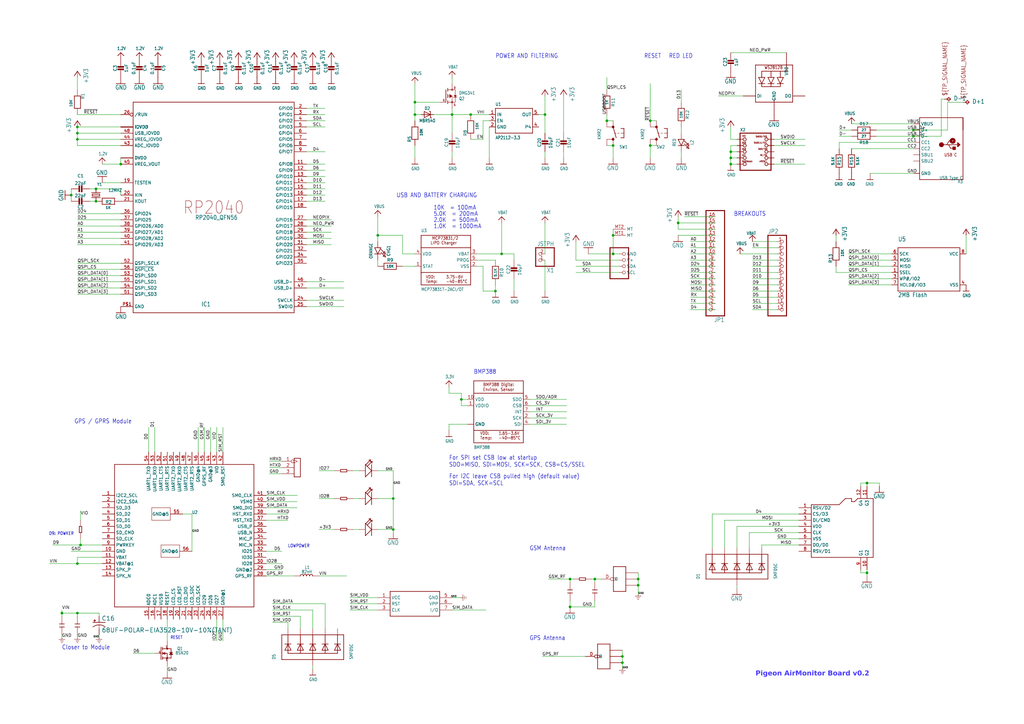
<source format=kicad_sch>
(kicad_sch (version 20230121) (generator eeschema)
  (paper "A3")
  (title_block (date "2023-07-17") (rev "[e]") (company "Interspecifics"))
  (junction (at 251.46 59.69))
  (junction (at 31.75 251.46))
  (junction (at 49.53 67.31))
  (junction (at 261.747 240.03))
  (junction (at 39.37 82.55))
  (junction (at 233.807 248.92))
  (junction (at 255.27 271.78))
  (junction (at 223.52 46.99))
  (junction (at 31.75 57.15))
  (junction (at 243.967 237.49))
  (junction (at 31.75 54.61))
  (junction (at 33.02 223.52))
  (junction (at 170.18 41.91))
  (junction (at 248.92 49.53))
  (junction (at 299.72 62.23))
  (junction (at 355.6 234.95))
  (junction (at 205.74 104.14))
  (junction (at 161.29 204.47))
  (junction (at 185.42 46.99))
  (junction (at 39.37 77.47))
  (junction (at 31.75 52.07))
  (junction (at 170.18 46.99))
  (junction (at 374.65 55.88))
  (junction (at 251.46 104.14))
  (junction (at 255.27 269.24))
  (junction (at 161.29 217.17))
  (junction (at 31.75 231.14))
  (junction (at 251.46 96.52))
  (junction (at 355.6 198.12))
  (junction (at 203.2 119.38))
  (junction (at 299.72 67.31))
  (junction (at 193.04 46.99))
  (junction (at 29.21 80.01))
  (junction (at 266.7 49.53))
  (junction (at 233.807 237.49))
  (junction (at 154.94 96.52))
  (junction (at 299.72 64.77))
  (junction (at 189.23 163.83))
  (junction (at 374.65 53.34))
  (junction (at 261.747 237.49))
  (junction (at 25.4 251.46))
  (junction (at 278.13 91.44))
  (junction (at 266.7 59.69))
  (wire (pts (xy 128.27 250.19) (xy 111.76 250.19)) (stroke (width 0.1524)))
  (wire (pts (xy 308.61 127) (xy 318.77 127)) (stroke (width 0.1524)))
  (wire (pts (xy 299.72 64.77) (xy 302.26 64.77)) (stroke (width 0.1524)))
  (wire (pts (xy 125.73 118.11) (xy 140.97 118.11)) (stroke (width 0.1524)))
  (wire (pts (xy 293.37 121.92) (xy 283.21 121.92)) (stroke (width 0.1524)))
  (wire (pts (xy 31.75 57.15) (xy 31.75 54.61)) (stroke (width 0.1524)))
  (wire (pts (xy 144.78 204.47) (xy 147.32 204.47)) (stroke (width 0.1524)))
  (wire (pts (xy 355.6 199.39) (xy 355.6 198.12)) (stroke (width 0.1524)))
  (wire (pts (xy 386.08 40.64) (xy 386.08 55.88)) (stroke (width 0.1524)))
  (wire (pts (xy 217.17 168.91) (xy 232.41 168.91)) (stroke (width 0.1524)))
  (wire (pts (xy 165.1 109.22) (xy 170.18 109.22)) (stroke (width 0.1524)))
  (wire (pts (xy 293.37 116.84) (xy 283.21 116.84)) (stroke (width 0.1524)))
  (wire (pts (xy 233.807 237.49) (xy 224.917 237.49)) (stroke (width 0.1524)))
  (wire (pts (xy 233.807 248.92) (xy 243.967 248.92)) (stroke (width 0.1524)))
  (wire (pts (xy 49.53 92.71) (xy 31.75 92.71)) (stroke (width 0.1524)))
  (wire (pts (xy 388.62 41.91) (xy 388.62 53.34)) (stroke (width 0.1524)))
  (wire (pts (xy 128.27 257.81) (xy 128.27 250.19)) (stroke (width 0.1524)))
  (wire (pts (xy 125.73 77.47) (xy 133.35 77.47)) (stroke (width 0.1524)))
  (wire (pts (xy 128.27 273.05) (xy 128.27 274.32)) (stroke (width 0.1524)))
  (wire (pts (xy 251.46 104.14) (xy 251.46 96.52)) (stroke (width 0.1524)))
  (wire (pts (xy 40.64 261.62) (xy 40.64 260.35)) (stroke (width 0.1524)))
  (wire (pts (xy 29.21 82.55) (xy 29.21 80.01)) (stroke (width 0.1524)))
  (wire (pts (xy 31.75 87.63) (xy 49.53 87.63)) (stroke (width 0.1524)))
  (wire (pts (xy 318.77 111.76) (xy 308.61 111.76)) (stroke (width 0.1524)))
  (wire (pts (xy 74.93 210.82) (xy 78.74 210.82)) (stroke (width 0.1524)))
  (wire (pts (xy 154.94 193.04) (xy 161.29 193.04)) (stroke (width 0.1524)))
  (wire (pts (xy 240.03 269.24) (xy 222.377 269.24)) (stroke (width 0.1524)))
  (wire (pts (xy 31.75 59.69) (xy 31.75 57.15)) (stroke (width 0.1524)))
  (wire (pts (xy 342.9 96.52) (xy 342.9 99.06)) (stroke (width 0.1524)))
  (wire (pts (xy 125.73 49.53) (xy 133.35 49.53)) (stroke (width 0.1524)))
  (wire (pts (xy 302.26 59.69) (xy 299.72 59.69)) (stroke (width 0.1524)))
  (wire (pts (xy 31.75 113.03) (xy 49.53 113.03)) (stroke (width 0.1524)))
  (wire (pts (xy 255.27 271.78) (xy 255.27 269.24)) (stroke (width 0.1524)))
  (wire (pts (xy 248.92 36.83) (xy 248.92 31.75)) (stroke (width 0.1524)))
  (wire (pts (xy 161.29 217.17) (xy 161.29 218.44)) (stroke (width 0.1524)))
  (wire (pts (xy 154.94 250.19) (xy 143.51 250.19)) (stroke (width 0.1524)))
  (wire (pts (xy 269.24 59.69) (xy 266.7 59.69)) (stroke (width 0.1524)))
  (wire (pts (xy 302.26 57.15) (xy 299.72 57.15)) (stroke (width 0.1524)))
  (wire (pts (xy 299.72 62.23) (xy 302.26 62.23)) (stroke (width 0.1524)))
  (wire (pts (xy 223.52 54.61) (xy 223.52 46.99)) (stroke (width 0.1524)))
  (wire (pts (xy 254 109.22) (xy 236.22 109.22)) (stroke (width 0.1524)))
  (wire (pts (xy 299.72 59.69) (xy 299.72 62.23)) (stroke (width 0.1524)))
  (wire (pts (xy 125.73 67.31) (xy 133.35 67.31)) (stroke (width 0.1524)))
  (wire (pts (xy 266.7 64.77) (xy 266.7 59.69)) (stroke (width 0.1524)))
  (wire (pts (xy 308.61 114.3) (xy 318.77 114.3)) (stroke (width 0.1524)))
  (wire (pts (xy 198.12 119.38) (xy 203.2 119.38)) (stroke (width 0.1524)))
  (wire (pts (xy 154.94 217.17) (xy 161.29 217.17)) (stroke (width 0.1524)))
  (wire (pts (xy 68.58 254) (xy 68.58 262.89)) (stroke (width 0.1524)))
  (wire (pts (xy 165.1 96.52) (xy 165.1 104.14)) (stroke (width 0.1524)))
  (wire (pts (xy 125.73 62.23) (xy 133.35 62.23)) (stroke (width 0.1524)))
  (wire (pts (xy 297.18 213.36) (xy 297.18 224.79)) (stroke (width 0.1524)))
  (wire (pts (xy 49.53 52.07) (xy 31.75 52.07)) (stroke (width 0.1524)))
  (wire (pts (xy 78.74 210.82) (xy 78.74 226.06)) (stroke (width 0.1524)))
  (wire (pts (xy 31.75 54.61) (xy 31.75 52.07)) (stroke (width 0.1524)))
  (wire (pts (xy 31.75 120.65) (xy 49.53 120.65)) (stroke (width 0.1524)))
  (wire (pts (xy 353.06 233.68) (xy 353.06 234.95)) (stroke (width 0.1524)))
  (wire (pts (xy 137.16 204.47) (xy 130.81 204.47)) (stroke (width 0.1524)))
  (wire (pts (xy 49.53 57.15) (xy 31.75 57.15)) (stroke (width 0.1524)))
  (wire (pts (xy 25.4 252.73) (xy 25.4 251.46)) (stroke (width 0.1524)))
  (wire (pts (xy 123.19 257.81) (xy 123.19 252.73)) (stroke (width 0.1524)))
  (wire (pts (xy 172.72 46.99) (xy 170.18 46.99)) (stroke (width 0.1524)))
  (wire (pts (xy 279.4 52.07) (xy 279.4 54.61)) (stroke (width 0.1524)))
  (wire (pts (xy 118.11 257.81) (xy 118.11 255.27)) (stroke (width 0.1524)))
  (wire (pts (xy 144.78 217.17) (xy 147.32 217.17)) (stroke (width 0.1524)))
  (wire (pts (xy 125.73 72.39) (xy 133.35 72.39)) (stroke (width 0.1524)))
  (wire (pts (xy 154.94 99.06) (xy 154.94 96.52)) (stroke (width 0.1524)))
  (wire (pts (xy 154.94 247.65) (xy 143.51 247.65)) (stroke (width 0.1524)))
  (wire (pts (xy 251.46 49.53) (xy 248.92 49.53)) (stroke (width 0.1524)))
  (wire (pts (xy 41.91 67.31) (xy 49.53 67.31)) (stroke (width 0.1524)))
  (wire (pts (xy 39.37 77.47) (xy 36.83 77.47)) (stroke (width 0.1524)))
  (wire (pts (xy 140.97 123.19) (xy 125.73 123.19)) (stroke (width 0.1524)))
  (wire (pts (xy 184.15 158.75) (xy 184.15 161.29)) (stroke (width 0.1524)))
  (wire (pts (xy 49.53 90.17) (xy 31.75 90.17)) (stroke (width 0.1524)))
  (wire (pts (xy 217.17 163.83) (xy 232.41 163.83)) (stroke (width 0.1524)))
  (wire (pts (xy 266.7 34.29) (xy 266.7 49.53)) (stroke (width 0.1524)))
  (wire (pts (xy 307.34 224.79) (xy 307.34 218.44)) (stroke (width 0.1524)))
  (wire (pts (xy 374.65 58.42) (xy 344.17 58.42)) (stroke (width 0.1524)))
  (wire (pts (xy 193.04 57.15) (xy 198.12 57.15)) (stroke (width 0.1524)))
  (wire (pts (xy 193.04 46.99) (xy 185.42 46.99)) (stroke (width 0.1524)))
  (wire (pts (xy 109.22 203.2) (xy 121.92 203.2)) (stroke (width 0.1524)))
  (wire (pts (xy 302.26 240.03) (xy 302.26 241.3)) (stroke (width 0.1524)))
  (wire (pts (xy 88.9 254) (xy 88.9 262.89)) (stroke (width 0.1524)))
  (wire (pts (xy 255.27 269.24) (xy 255.27 266.7)) (stroke (width 0.1524)))
  (wire (pts (xy 317.5 57.15) (xy 330.2 57.15)) (stroke (width 0.1524)))
  (wire (pts (xy 165.1 104.14) (xy 170.18 104.14)) (stroke (width 0.1524)))
  (wire (pts (xy 68.58 273.05) (xy 68.58 275.59)) (stroke (width 0.1524)))
  (wire (pts (xy 308.61 119.38) (xy 318.77 119.38)) (stroke (width 0.1524)))
  (wire (pts (xy 91.44 185.42) (xy 91.44 175.26)) (stroke (width 0.1524)))
  (wire (pts (xy 283.21 101.6) (xy 293.37 101.6)) (stroke (width 0.1524)))
  (wire (pts (xy 154.94 96.52) (xy 165.1 96.52)) (stroke (width 0.1524)))
  (wire (pts (xy 63.5 185.42) (xy 63.5 175.26)) (stroke (width 0.1524)))
  (wire (pts (xy 125.73 90.17) (xy 135.89 90.17)) (stroke (width 0.1524)))
  (wire (pts (xy 133.35 257.81) (xy 133.35 247.65)) (stroke (width 0.1524)))
  (wire (pts (xy 125.73 52.07) (xy 133.35 52.07)) (stroke (width 0.1524)))
  (wire (pts (xy 185.42 250.19) (xy 199.39 250.19)) (stroke (width 0.1524)))
  (wire (pts (xy 88.9 185.42) (xy 88.9 175.26)) (stroke (width 0.1524)))
  (wire (pts (xy 205.74 91.44) (xy 205.74 104.14)) (stroke (width 0.1524)))
  (wire (pts (xy 203.2 116.84) (xy 203.2 119.38)) (stroke (width 0.1524)))
  (wire (pts (xy 125.73 95.25) (xy 135.89 95.25)) (stroke (width 0.1524)))
  (wire (pts (xy 388.62 41.91) (xy 394.97 41.91)) (stroke (width 0.1524)))
  (wire (pts (xy 115.57 194.31) (xy 110.49 194.31)) (stroke (width 0.1524)))
  (wire (pts (xy 31.75 115.57) (xy 49.53 115.57)) (stroke (width 0.1524)))
  (wire (pts (xy 49.53 46.99) (xy 31.75 46.99)) (stroke (width 0.1524)))
  (wire (pts (xy 137.16 193.04) (xy 130.81 193.04)) (stroke (width 0.1524)))
  (wire (pts (xy 235.077 237.49) (xy 233.807 237.49)) (stroke (width 0.1524)))
  (wire (pts (xy 374.65 53.34) (xy 359.41 53.34)) (stroke (width 0.1524)))
  (wire (pts (xy 251.46 96.52) (xy 251.46 93.98)) (stroke (width 0.1524)))
  (wire (pts (xy 327.66 220.98) (xy 318.77 220.98)) (stroke (width 0.1524)))
  (wire (pts (xy 283.21 106.68) (xy 293.37 106.68)) (stroke (width 0.1524)))
  (wire (pts (xy 223.52 46.99) (xy 223.52 39.37)) (stroke (width 0.1524)))
  (wire (pts (xy 344.17 55.88) (xy 349.25 55.88)) (stroke (width 0.1524)))
  (wire (pts (xy 349.25 53.34) (xy 344.17 53.34)) (stroke (width 0.1524)))
  (wire (pts (xy 41.91 223.52) (xy 33.02 223.52)) (stroke (width 0.1524)))
  (wire (pts (xy 154.94 106.68) (xy 154.94 109.22)) (stroke (width 0.1524)))
  (wire (pts (xy 109.22 213.36) (xy 118.11 213.36)) (stroke (width 0.1524)))
  (wire (pts (xy 125.73 74.93) (xy 133.35 74.93)) (stroke (width 0.1524)))
  (wire (pts (xy 217.17 173.99) (xy 232.41 173.99)) (stroke (width 0.1524)))
  (wire (pts (xy 81.28 185.42) (xy 81.28 175.26)) (stroke (width 0.1524)))
  (wire (pts (xy 233.807 246.38) (xy 233.807 248.92)) (stroke (width 0.1524)))
  (wire (pts (xy 115.57 226.06) (xy 109.22 226.06)) (stroke (width 0.1524)))
  (wire (pts (xy 31.75 228.6) (xy 31.75 231.14)) (stroke (width 0.1524)))
  (wire (pts (xy 293.37 109.22) (xy 283.21 109.22)) (stroke (width 0.1524)))
  (wire (pts (xy 243.967 237.49) (xy 242.697 237.49)) (stroke (width 0.1524)))
  (wire (pts (xy 299.72 67.31) (xy 299.72 64.77)) (stroke (width 0.1524)))
  (wire (pts (xy 360.68 198.12) (xy 360.68 199.39)) (stroke (width 0.1524)))
  (wire (pts (xy 154.94 204.47) (xy 161.29 204.47)) (stroke (width 0.1524)))
  (wire (pts (xy 189.23 166.37) (xy 191.77 166.37)) (stroke (width 0.1524)))
  (wire (pts (xy 83.82 185.42) (xy 83.82 175.26)) (stroke (width 0.1524)))
  (wire (pts (xy 185.42 62.23) (xy 185.42 64.77)) (stroke (width 0.1524)))
  (wire (pts (xy 91.44 254) (xy 91.44 262.89)) (stroke (width 0.1524)))
  (wire (pts (xy 223.52 62.23) (xy 223.52 64.77)) (stroke (width 0.1524)))
  (wire (pts (xy 308.61 99.06) (xy 318.77 99.06)) (stroke (width 0.1524)))
  (wire (pts (xy 353.06 198.12) (xy 355.6 198.12)) (stroke (width 0.1524)))
  (wire (pts (xy 49.53 107.95) (xy 31.75 107.95)) (stroke (width 0.1524)))
  (wire (pts (xy 261.747 240.03) (xy 261.747 237.49)) (stroke (width 0.1524)))
  (wire (pts (xy 177.8 46.99) (xy 185.42 46.99)) (stroke (width 0.1524)))
  (wire (pts (xy 365.76 109.22) (xy 347.98 109.22)) (stroke (width 0.1524)))
  (wire (pts (xy 189.23 163.83) (xy 189.23 166.37)) (stroke (width 0.1524)))
  (wire (pts (xy 154.94 245.11) (xy 143.51 245.11)) (stroke (width 0.1524)))
  (wire (pts (xy 118.11 255.27) (xy 111.76 255.27)) (stroke (width 0.1524)))
  (wire (pts (xy 243.967 238.76) (xy 243.967 237.49)) (stroke (width 0.1524)))
  (wire (pts (xy 125.73 69.85) (xy 133.35 69.85)) (stroke (width 0.1524)))
  (wire (pts (xy 299.72 62.23) (xy 299.72 64.77)) (stroke (width 0.1524)))
  (wire (pts (xy 144.78 193.04) (xy 147.32 193.04)) (stroke (width 0.1524)))
  (wire (pts (xy 355.6 233.68) (xy 355.6 234.95)) (stroke (width 0.1524)))
  (wire (pts (xy 349.25 50.8) (xy 374.65 50.8)) (stroke (width 0.1524)))
  (wire (pts (xy 302.26 67.31) (xy 299.72 67.31)) (stroke (width 0.1524)))
  (wire (pts (xy 31.75 118.11) (xy 49.53 118.11)) (stroke (width 0.1524)))
  (wire (pts (xy 283.21 124.46) (xy 293.37 124.46)) (stroke (width 0.1524)))
  (wire (pts (xy 49.53 77.47) (xy 49.53 80.01)) (stroke (width 0.1524)))
  (wire (pts (xy 302.26 224.79) (xy 302.26 215.9)) (stroke (width 0.1524)))
  (wire (pts (xy 236.22 111.76) (xy 254 111.76)) (stroke (width 0.1524)))
  (wire (pts (xy 327.66 213.36) (xy 297.18 213.36)) (stroke (width 0.1524)))
  (wire (pts (xy 170.18 64.77) (xy 170.18 59.69)) (stroke (width 0.1524)))
  (wire (pts (xy 39.37 77.47) (xy 49.53 77.47)) (stroke (width 0.1524)))
  (wire (pts (xy 251.46 59.69) (xy 251.46 64.77)) (stroke (width 0.1524)))
  (wire (pts (xy 189.23 245.11) (xy 185.42 245.11)) (stroke (width 0.1524)))
  (wire (pts (xy 33.02 223.52) (xy 33.02 220.98)) (stroke (width 0.1524)))
  (wire (pts (xy 318.77 104.14) (xy 303.53 104.14)) (stroke (width 0.1524)))
  (wire (pts (xy 283.21 111.76) (xy 293.37 111.76)) (stroke (width 0.1524)))
  (wire (pts (xy 185.42 31.75) (xy 185.42 34.29)) (stroke (width 0.1524)))
  (wire (pts (xy 130.81 236.22) (xy 142.24 236.22)) (stroke (width 0.1524)))
  (wire (pts (xy 109.22 208.28) (xy 121.92 208.28)) (stroke (width 0.1524)))
  (wire (pts (xy 180.34 41.91) (xy 170.18 41.91)) (stroke (width 0.1524)))
  (wire (pts (xy 115.57 191.77) (xy 110.49 191.77)) (stroke (width 0.1524)))
  (wire (pts (xy 308.61 101.6) (xy 318.77 101.6)) (stroke (width 0.1524)))
  (wire (pts (xy 223.52 91.44) (xy 223.52 104.14)) (stroke (width 0.1524)))
  (wire (pts (xy 133.35 46.99) (xy 125.73 46.99)) (stroke (width 0.1524)))
  (wire (pts (xy 327.66 223.52) (xy 312.42 223.52)) (stroke (width 0.1524)))
  (wire (pts (xy 31.75 31.75) (xy 31.75 36.83)) (stroke (width 0.1524)))
  (wire (pts (xy 359.41 55.88) (xy 374.65 55.88)) (stroke (width 0.1524)))
  (wire (pts (xy 109.22 210.82) (xy 118.11 210.82)) (stroke (width 0.1524)))
  (wire (pts (xy 133.35 247.65) (xy 111.76 247.65)) (stroke (width 0.1524)))
  (wire (pts (xy 279.4 41.91) (xy 279.4 36.83)) (stroke (width 0.1524)))
  (wire (pts (xy 322.58 21.59) (xy 299.72 21.59)) (stroke (width 0.1524)))
  (wire (pts (xy 355.6 198.12) (xy 360.68 198.12)) (stroke (width 0.1524)))
  (wire (pts (xy 293.37 88.9) (xy 280.67 88.9)) (stroke (width 0.1524)))
  (wire (pts (xy 125.73 115.57) (xy 140.97 115.57)) (stroke (width 0.1524)))
  (wire (pts (xy 125.73 80.01) (xy 133.35 80.01)) (stroke (width 0.1524)))
  (wire (pts (xy 353.06 234.95) (xy 355.6 234.95)) (stroke (width 0.1524)))
  (wire (pts (xy 33.02 213.36) (xy 33.02 209.55)) (stroke (width 0.1524)))
  (wire (pts (xy 278.13 93.98) (xy 278.13 91.44)) (stroke (width 0.1524)))
  (wire (pts (xy 318.77 116.84) (xy 308.61 116.84)) (stroke (width 0.1524)))
  (wire (pts (xy 330.2 59.69) (xy 317.5 59.69)) (stroke (width 0.1524)))
  (wire (pts (xy 184.15 173.99) (xy 191.77 173.99)) (stroke (width 0.1524)))
  (wire (pts (xy 31.75 95.25) (xy 49.53 95.25)) (stroke (width 0.1524)))
  (wire (pts (xy 261.747 237.49) (xy 261.747 234.95)) (stroke (width 0.1524)))
  (wire (pts (xy 125.73 97.79) (xy 135.89 97.79)) (stroke (width 0.1524)))
  (wire (pts (xy 109.22 231.14) (xy 115.57 231.14)) (stroke (width 0.1524)))
  (wire (pts (xy 109.22 205.74) (xy 121.92 205.74)) (stroke (width 0.1524)))
  (wire (pts (xy 198.12 109.22) (xy 198.12 119.38)) (stroke (width 0.1524)))
  (wire (pts (xy 232.41 171.45) (xy 217.17 171.45)) (stroke (width 0.1524)))
  (wire (pts (xy 299.72 57.15) (xy 299.72 52.07)) (stroke (width 0.1524)))
  (wire (pts (xy 374.65 60.96) (xy 349.25 60.96)) (stroke (width 0.1524)))
  (wire (pts (xy 40.64 252.73) (xy 40.64 251.46)) (stroke (width 0.1524)))
  (wire (pts (xy 31.75 251.46) (xy 25.4 251.46)) (stroke (width 0.1524)))
  (wire (pts (xy 308.61 109.22) (xy 318.77 109.22)) (stroke (width 0.1524)))
  (wire (pts (xy 236.22 106.68) (xy 236.22 99.06)) (stroke (width 0.1524)))
  (wire (pts (xy 170.18 46.99) (xy 170.18 41.91)) (stroke (width 0.1524)))
  (wire (pts (xy 184.15 173.99) (xy 184.15 176.53)) (stroke (width 0.1524)))
  (wire (pts (xy 307.34 218.44) (xy 327.66 218.44)) (stroke (width 0.1524)))
  (wire (pts (xy 355.6 234.95) (xy 355.6 236.22)) (stroke (width 0.1524)))
  (wire (pts (xy 109.22 233.68) (xy 115.57 233.68)) (stroke (width 0.1524)))
  (wire (pts (xy 292.1 224.79) (xy 292.1 210.82)) (stroke (width 0.1524)))
  (wire (pts (xy 318.77 121.92) (xy 308.61 121.92)) (stroke (width 0.1524)))
  (wire (pts (xy 170.18 49.53) (xy 170.18 46.99)) (stroke (width 0.1524)))
  (wire (pts (xy 40.64 251.46) (xy 31.75 251.46)) (stroke (width 0.1524)))
  (wire (pts (xy 278.13 88.9) (xy 278.13 91.44)) (stroke (width 0.1524)))
  (wire (pts (xy 49.53 74.93) (xy 41.91 74.93)) (stroke (width 0.1524)))
  (wire (pts (xy 41.91 226.06) (xy 29.21 226.06)) (stroke (width 0.1524)))
  (wire (pts (xy 25.4 251.46) (xy 25.4 250.19)) (stroke (width 0.1524)))
  (wire (pts (xy 246.507 237.49) (xy 243.967 237.49)) (stroke (width 0.1524)))
  (wire (pts (xy 154.94 88.9) (xy 154.94 96.52)) (stroke (width 0.1524)))
  (wire (pts (xy 185.42 46.99) (xy 185.42 54.61)) (stroke (width 0.1524)))
  (wire (pts (xy 293.37 96.52) (xy 278.13 96.52)) (stroke (width 0.1524)))
  (wire (pts (xy 386.08 55.88) (xy 374.65 55.88)) (stroke (width 0.1524)))
  (wire (pts (xy 125.73 82.55) (xy 133.35 82.55)) (stroke (width 0.1524)))
  (wire (pts (xy 125.73 44.45) (xy 133.35 44.45)) (stroke (width 0.1524)))
  (wire (pts (xy 198.12 49.53) (xy 200.66 49.53)) (stroke (width 0.1524)))
  (wire (pts (xy 304.8 39.37) (xy 294.64 39.37)) (stroke (width 0.1524)))
  (wire (pts (xy 49.53 59.69) (xy 31.75 59.69)) (stroke (width 0.1524)))
  (wire (pts (xy 365.76 104.14) (xy 347.98 104.14)) (stroke (width 0.1524)))
  (wire (pts (xy 36.83 82.55) (xy 39.37 82.55)) (stroke (width 0.1524)))
  (wire (pts (xy 317.5 67.31) (xy 330.2 67.31)) (stroke (width 0.1524)))
  (wire (pts (xy 342.9 111.76) (xy 365.76 111.76)) (stroke (width 0.1524)))
  (wire (pts (xy 109.22 236.22) (xy 120.65 236.22)) (stroke (width 0.1524)))
  (wire (pts (xy 312.42 224.79) (xy 312.42 223.52)) (stroke (width 0.1524)))
  (wire (pts (xy 195.58 109.22) (xy 198.12 109.22)) (stroke (width 0.1524)))
  (wire (pts (xy 318.77 124.46) (xy 308.61 124.46)) (stroke (width 0.1524)))
  (wire (pts (xy 293.37 114.3) (xy 283.21 114.3)) (stroke (width 0.1524)))
  (wire (pts (xy 266.7 49.53) (xy 269.24 49.53)) (stroke (width 0.1524)))
  (wire (pts (xy 170.18 41.91) (xy 170.18 34.29)) (stroke (width 0.1524)))
  (wire (pts (xy 302.26 215.9) (xy 327.66 215.9)) (stroke (width 0.1524)))
  (wire (pts (xy 137.16 217.17) (xy 130.81 217.17)) (stroke (width 0.1524)))
  (wire (pts (xy 189.23 161.29) (xy 189.23 163.83)) (stroke (width 0.1524)))
  (wire (pts (xy 123.19 252.73) (xy 111.76 252.73)) (stroke (width 0.1524)))
  (wire (pts (xy 353.06 199.39) (xy 353.06 198.12)) (stroke (width 0.1524)))
  (wire (pts (xy 191.77 163.83) (xy 189.23 163.83)) (stroke (width 0.1524)))
  (wire (pts (xy 49.53 54.61) (xy 31.75 54.61)) (stroke (width 0.1524)))
  (wire (pts (xy 210.82 114.3) (xy 210.82 119.38)) (stroke (width 0.1524)))
  (wire (pts (xy 279.4 62.23) (xy 279.4 64.77)) (stroke (width 0.1524)))
  (wire (pts (xy 205.74 104.14) (xy 195.58 104.14)) (stroke (width 0.1524)))
  (wire (pts (xy 217.17 166.37) (xy 232.41 166.37)) (stroke (width 0.1524)))
  (wire (pts (xy 198.12 57.15) (xy 198.12 49.53)) (stroke (width 0.1524)))
  (wire (pts (xy 293.37 93.98) (xy 278.13 93.98)) (stroke (width 0.1524)))
  (wire (pts (xy 223.52 119.38) (xy 223.52 106.68)) (stroke (width 0.1524)))
  (wire (pts (xy 33.02 223.52) (xy 21.59 223.52)) (stroke (width 0.1524)))
  (wire (pts (xy 210.82 106.68) (xy 210.82 104.14)) (stroke (width 0.1524)))
  (wire (pts (xy 318.77 106.68) (xy 308.61 106.68)) (stroke (width 0.1524)))
  (wire (pts (xy 293.37 104.14) (xy 283.21 104.14)) (stroke (width 0.1524)))
  (wire (pts (xy 31.75 252.73) (xy 31.75 251.46)) (stroke (width 0.1524)))
  (wire (pts (xy 293.37 99.06) (xy 283.21 99.06)) (stroke (width 0.1524)))
  (wire (pts (xy 184.15 161.29) (xy 189.23 161.29)) (stroke (width 0.1524)))
  (wire (pts (xy 125.73 100.33) (xy 135.89 100.33)) (stroke (width 0.1524)))
  (wire (pts (xy 386.08 40.64) (xy 387.35 40.64)) (stroke (width 0.1524)))
  (wire (pts (xy 255.27 274.32) (xy 255.27 271.78)) (stroke (width 0.1524)))
  (wire (pts (xy 31.75 231.14) (xy 20.32 231.14)) (stroke (width 0.1524)))
  (wire (pts (xy 251.46 104.14) (xy 241.3 104.14)) (stroke (width 0.1524)))
  (wire (pts (xy 200.66 52.07) (xy 200.66 64.77)) (stroke (width 0.1524)))
  (wire (pts (xy 248.92 59.69) (xy 251.46 59.69)) (stroke (width 0.1524)))
  (wire (pts (xy 161.29 204.47) (xy 161.29 217.17)) (stroke (width 0.1524)))
  (wire (pts (xy 254 106.68) (xy 236.22 106.68)) (stroke (width 0.1524)))
  (wire (pts (xy 86.36 185.42) (xy 86.36 175.26)) (stroke (width 0.1524)))
  (wire (pts (xy 261.747 243.84) (xy 261.747 240.03)) (stroke (width 0.1524)))
  (wire (pts (xy 25.4 260.35) (xy 25.4 261.62)) (stroke (width 0.1524)))
  (wire (pts (xy 365.76 114.3) (xy 347.98 114.3)) (stroke (width 0.1524)))
  (wire (pts (xy 125.73 125.73) (xy 140.97 125.73)) (stroke (width 0.1524)))
  (wire (pts (xy 60.96 185.42) (xy 60.96 175.26)) (stroke (width 0.1524)))
  (wire (pts (xy 220.98 46.99) (xy 223.52 46.99)) (stroke (width 0.1524)))
  (wire (pts (xy 233.807 238.76) (xy 233.807 237.49)) (stroke (width 0.1524)))
  (wire (pts (xy 347.98 106.68) (xy 365.76 106.68)) (stroke (width 0.1524)))
  (wire (pts (xy 29.21 80.01) (xy 29.21 77.47)) (stroke (width 0.1524)))
  (wire (pts (xy 185.42 44.45) (xy 185.42 46.99)) (stroke (width 0.1524)))
  (wire (pts (xy 292.1 210.82) (xy 327.66 210.82)) (stroke (width 0.1524)))
  (wire (pts (xy 231.14 54.61) (xy 231.14 39.37)) (stroke (width 0.1524)))
  (wire (pts (xy 41.91 231.14) (xy 31.75 231.14)) (stroke (width 0.1524)))
  (wire (pts (xy 342.9 109.22) (xy 342.9 111.76)) (stroke (width 0.1524)))
  (wire (pts (xy 283.21 119.38) (xy 293.37 119.38)) (stroke (width 0.1524)))
  (wire (pts (xy 231.14 62.23) (xy 231.14 64.77)) (stroke (width 0.1524)))
  (wire (pts (xy 200.66 46.99) (xy 193.04 46.99)) (stroke (width 0.1524)))
  (wire (pts (xy 243.967 248.92) (xy 243.967 246.38)) (stroke (width 0.1524)))
  (wire (pts (xy 31.75 260.35) (xy 31.75 261.62)) (stroke (width 0.1524)))
  (wire (pts (xy 388.62 53.34) (xy 374.65 53.34)) (stroke (width 0.1524)))
  (wire (pts (xy 161.29 193.04) (xy 161.29 204.47)) (stroke (width 0.1524)))
  (wire (pts (xy 344.17 58.42) (xy 344.17 60.96)) (stroke (width 0.1524)))
  (wire (pts (xy 248.92 49.53) (xy 248.92 46.99)) (stroke (width 0.1524)))
  (wire (pts (xy 254 104.14) (xy 251.46 104.14)) (stroke (width 0.1524)))
  (wire (pts (xy 63.5 267.97) (xy 54.61 267.97)) (stroke (width 0.1524)))
  (wire (pts (xy 347.98 116.84) (xy 365.76 116.84)) (stroke (width 0.1524)))
  (wire (pts (xy 31.75 100.33) (xy 49.53 100.33)) (stroke (width 0.1524)))
  (wire (pts (xy 356.87 71.12) (xy 374.65 71.12)) (stroke (width 0.1524)))
  (wire (pts (xy 278.13 91.44) (xy 293.37 91.44)) (stroke (width 0.1524)))
  (wire (pts (xy 195.58 106.68) (xy 203.2 106.68)) (stroke (width 0.1524)))
  (wire (pts (xy 49.53 110.49) (xy 31.75 110.49)) (stroke (width 0.1524)))
  (wire (pts (xy 283.21 127) (xy 293.37 127)) (stroke (width 0.1524)))
  (wire (pts (xy 115.57 189.23) (xy 110.49 189.23)) (stroke (width 0.1524)))
  (wire (pts (xy 41.91 228.6) (xy 31.75 228.6)) (stroke (width 0.1524)))
  (wire (pts (xy 125.73 92.71) (xy 135.89 92.71)) (stroke (width 0.1524)))
  (wire (pts (xy 49.53 64.77) (xy 49.53 67.31)) (stroke (width 0.1524)))
  (wire (pts (xy 49.53 97.79) (xy 31.75 97.79)) (stroke (width 0.1524)))
  (wire (pts (xy 210.82 104.14) (xy 205.74 104.14)) (stroke (width 0.1524)))
  (wire (pts (xy 396.24 96.52) (xy 396.24 104.14)) (stroke (width 0.1524)))
  (text "Closer to Module" (at 25.4 266.7 0) (effects (font (size 1.778 1.5113)) (justify left bottom)))
  (text "BREAKOUTS" (at 300.99 88.9 0) (effects (font (size 1.778 1.5113)) (justify left bottom)))
  (text "Pigeon AirMonitor Board v0.2" (at 309.88 278.13 0) (effects (font (size 2 2) (thickness 0.4) bold) (justify left bottom)))
  (text "POWER AND FILTERING" (at 203.2 24.13 0) (effects (font (size 1.778 1.5113)) (justify left bottom)))
  (text "D9: POWKER" (at 20.066 219.71 0) (effects (font (size 1.27 1.0795)) (justify left bottom)))
  (text "GPS / GPRS Module\n" (at 30.48 173.99 0) (effects (font (size 1.778 1.5113)) (justify left bottom)))
  (text "BMP388" (at 194.31 153.67 0) (effects (font (size 1.778 1.5113)) (justify left bottom)))
  (text "For SPI set CSB low at startup\nSDO=MISO, SDI=MOSI, SCK=SCK, CSB=CS/SSEL" (at 184.15 191.77 0) (effects (font (size 1.778 1.5113)) (justify left bottom)))
  (text "GSM Antenna" (at 217.17 226.06 0) (effects (font (size 1.778 1.5113)) (justify left bottom)))
  (text "RESET" (at 69.85 262.382 0) (effects (font (size 1.27 1.0795)) (justify left bottom)))
  (text "USB AND BATTERY CHARGING" (at 162.56 81.28 0) (effects (font (size 1.778 1.5113)) (justify left bottom)))
  (text "2.0K  = 500mA" (at 177.8 91.44 0) (effects (font (size 1.778 1.5113)) (justify left bottom)))
  (text "GPS Antenna" (at 217.17 262.89 0) (effects (font (size 1.778 1.5113)) (justify left bottom)))
  (text "LOWPOWER" (at 118.11 224.79 0) (effects (font (size 1.27 1.0795)) (justify left bottom)))
  (text "RESET" (at 264.16 24.13 0) (effects (font (size 1.778 1.5113)) (justify left bottom)))
  (text "For I2C leave CSB pulled high (default value)\nSDI=SDA, SCK=SCL" (at 184.15 199.39 0) (effects (font (size 1.778 1.5113)) (justify left bottom)))
  (text "RED LED" (at 274.32 24.13 0) (effects (font (size 1.778 1.5113)) (justify left bottom)))
  (text "5.0K  = 200mA" (at 177.8 88.9 0) (effects (font (size 1.778 1.5113)) (justify left bottom)))
  (text "10K  = 100mA" (at 177.8 86.36 0) (effects (font (size 1.778 1.5113)) (justify left bottom)))
  (text "1.0K  = 1000mA" (at 177.8 93.98 0) (effects (font (size 1.778 1.5113)) (justify left bottom)))
  (label "D25" (at 31.75 90.17 0) (effects (font (size 1.2446 1.2446))))
  (label "SDA" (at 238.76 109.22 0) (effects (font (size 1.2446 1.2446))))
  (label "A0" (at 31.75 92.71 0) (effects (font (size 1.2446 1.2446))))
  (label "D1" (at 63.5 175.26 90) (effects (font (size 1.2446 1.2446))))
  (label "IO28" (at 130.81 204.47 0) (effects (font (size 1.209 1.209))))
  (label "GND" (at 158.115 193.04 0) (effects (font (size 0.889 0.889))))
  (label "SCK" (at 283.21 114.3 0) (effects (font (size 1.2446 1.2446))))
  (label "QSPI_SCK" (at 31.75 107.95 0) (effects (font (size 1.2446 1.2446))))
  (label "INT" (at 219.71 168.91 0) (effects (font (size 1.2446 1.2446))))
  (label "D5" (at 308.61 121.92 0) (effects (font (size 1.2446 1.2446))))
  (label "D-" (at 344.17 55.88 0) (effects (font (size 1.2446 1.2446))))
  (label "EN" (at 308.61 101.6 0) (effects (font (size 1.2446 1.2446))))
  (label "GND" (at 91.44 262.89 90) (effects (font (size 1.209 1.209))))
  (label "QSPI_DATA[2]" (at 347.98 114.3 0) (effects (font (size 1.2446 1.2446))))
  (label "IO27" (at 88.9 262.89 90) (effects (font (size 1.209 1.209))))
  (label "QSPI_DATA[1]" (at 31.75 115.57 0) (effects (font (size 1.2446 1.2446))))
  (label "USB_D-" (at 372.11 55.88 0) (effects (font (size 1.2446 1.2446))))
  (label "D5" (at 128.27 67.31 0) (effects (font (size 1.2446 1.2446))))
  (label "VIN" (at 130.81 236.22 0) (effects (font (size 1.2446 1.2446))))
  (label "D24" (at 31.75 87.63 0) (effects (font (size 1.2446 1.2446))))
  (label "A2" (at 283.21 104.14 0) (effects (font (size 1.2446 1.2446))))
  (label "D4" (at 283.21 127 0) (effects (font (size 1.2446 1.2446))))
  (label "A1" (at 31.75 95.25 0) (effects (font (size 1.2446 1.2446))))
  (label "TX" (at 283.21 124.46 0) (effects (font (size 1.2446 1.2446))))
  (label "SWDIO" (at 130.81 125.73 0) (effects (font (size 1.2446 1.2446))))
  (label "GSM_RF" (at 224.917 237.49 0) (effects (font (size 1.209 1.209))))
  (label "D-" (at 130.81 115.57 0) (effects (font (size 1.2446 1.2446))))
  (label "D0" (at 60.96 180.34 90) (effects (font (size 1.2446 1.2446))))
  (label "SIM_DATA" (at 185.42 250.19 0) (effects (font (size 1.209 1.209))))
  (label "SDI_3V" (at 219.71 173.99 0) (effects (font (size 1.2446 1.2446))))
  (label "MOSI" (at 312.42 213.36 0) (effects (font (size 1.209 1.209))))
  (label "D9" (at 128.27 72.39 0) (effects (font (size 1.2446 1.2446))))
  (label "GND" (at 40.64 261.62 180) (effects (font (size 0.7112 0.7112))))
  (label "QSPI_DATA[0]" (at 31.75 113.03 0) (effects (font (size 1.2446 1.2446))))
  (label "~{RESET}" (at 266.7 49.53 90) (effects (font (size 1.2446 1.2446))))
  (label "SWCLK" (at 320.04 59.69 0) (effects (font (size 1.2446 1.2446))))
  (label "GND" (at 110.49 194.31 0) (effects (font (size 1.209 1.209))))
  (label "IO28" (at 109.22 231.14 0) (effects (font (size 1.2446 1.2446))))
  (label "D11" (at 128.27 77.47 0) (effects (font (size 1.2446 1.2446))))
  (label "D4" (at 309.88 210.82 0) (effects (font (size 1.209 1.209))))
  (label "D+" (at 344.17 53.34 0) (effects (font (size 1.2446 1.2446))))
  (label "VIO" (at 33.02 211.455 0) (effects (font (size 1.2446 1.2446))))
  (label "RX" (at 283.21 121.92 0) (effects (font (size 1.2446 1.2446))))
  (label "GND" (at 112.395 233.68 0) (effects (font (size 1.2446 1.2446))))
  (label "NEO_PWR" (at 307.34 21.59 0) (effects (font (size 1.2446 1.2446))))
  (label "QSPI_DATA[3]" (at 31.75 120.65 0) (effects (font (size 1.2446 1.2446))))
  (label "GND" (at 372.11 71.12 0) (effects (font (size 1.2446 1.2446))))
  (label "+3V3" (at 130.81 217.17 0) (effects (font (size 1.209 1.209))))
  (label "D13" (at 128.27 82.55 0) (effects (font (size 1.2446 1.2446))))
  (label "GND" (at 238.887 248.92 0) (effects (font (size 1.2446 1.2446))))
  (label "GND" (at 187.325 245.11 180) (effects (font (size 0.7112 0.7112))))
  (label "MISO" (at 128.27 100.33 0) (effects (font (size 1.2446 1.2446))))
  (label "D6" (at 128.27 69.85 0) (effects (font (size 1.2446 1.2446))))
  (label "SWDIO" (at 320.04 57.15 0) (effects (font (size 1.2446 1.2446))))
  (label "GND" (at 78.74 218.44 0) (effects (font (size 0.889 0.889))))
  (label "SDA" (at 308.61 127 0) (effects (font (size 1.2446 1.2446))))
  (label "VIO" (at 88.9 180.34 90) (effects (font (size 1.2446 1.2446))))
  (label "NEO_PWR" (at 128.27 92.71 0) (effects (font (size 1.2446 1.2446))))
  (label "SCL" (at 128.27 52.07 0) (effects (font (size 1.2446 1.2446))))
  (label "HRXD" (at 113.665 210.82 0) (effects (font (size 1.209 1.209))))
  (label "SCK_3V" (at 219.71 171.45 0) (effects (font (size 1.2446 1.2446))))
  (label "GPS_RF" (at 109.22 236.22 0) (effects (font (size 1.2446 1.2446))))
  (label "A0" (at 283.21 99.06 0) (effects (font (size 1.2446 1.2446))))
  (label "SCL" (at 238.76 111.76 0) (effects (font (size 1.2446 1.2446))))
  (label "NEOPIX" (at 128.27 90.17 0) (effects (font (size 1.2446 1.2446))))
  (label "GSM_RF" (at 83.82 180.34 90) (effects (font (size 1.2446 1.2446))))
  (label "+3V3" (at 314.96 215.9 0) (effects (font (size 1.209 1.209))))
  (label "D6" (at 308.61 119.38 0) (effects (font (size 1.2446 1.2446))))
  (label "GND" (at 86.36 180.34 90) (effects (font (size 1.2446 1.2446))))
  (label "D11" (at 308.61 111.76 0) (effects (font (size 1.2446 1.2446))))
  (label "D9" (at 308.61 116.84 0) (effects (font (size 1.2446 1.2446))))
  (label "QSPI_DATA[1]" (at 347.98 109.22 0) (effects (font (size 1.2446 1.2446))))
  (label "D6" (at 54.61 267.97 0) (effects (font (size 1.2446 1.2446))))
  (label "GND" (at 318.77 220.98 0) (effects (font (size 1.209 1.209))))
  (label "GND" (at 261.747 243.84 0) (effects (font (size 0.7112 0.7112))))
  (label "GND" (at 255.27 274.32 0) (effects (font (size 0.7112 0.7112))))
  (label "GND" (at 29.21 226.06 0) (effects (font (size 1.2446 1.2446))))
  (label "GND" (at 31.75 261.62 0) (effects (font (size 1.2446 1.2446))))
  (label "SIM_VDD" (at 109.22 205.74 0) (effects (font (size 1.2446 1.2446))))
  (label "GND" (at 25.4 261.62 0) (effects (font (size 1.2446 1.2446))))
  (label "D13" (at 279.4 36.83 270) (effects (font (size 1.2446 1.2446))))
  (label "CS_3V" (at 219.71 166.37 0) (effects (font (size 1.2446 1.2446))))
  (label "CC2" (at 372.11 60.96 0) (effects (font (size 1.2446 1.2446))))
  (label "D25" (at 283.21 111.76 0) (effects (font (size 1.2446 1.2446))))
  (label "MISO" (at 320.04 223.52 0) (effects (font (size 1.209 1.209))))
  (label "A2" (at 31.75 97.79 0) (effects (font (size 1.2446 1.2446))))
  (label "D9" (at 21.59 223.52 0) (effects (font (size 1.2446 1.2446))))
  (label "SIM_RST" (at 91.44 185.42 90) (effects (font (size 1.2446 1.2446))))
  (label "RX" (at 128.27 46.99 0) (effects (font (size 1.2446 1.2446))))
  (label "SIM_CLK" (at 143.51 250.19 0) (effects (font (size 1.209 1.209))))
  (label "SIM_DATA" (at 111.76 247.65 0) (effects (font (size 1.209 1.209))))
  (label "SCK" (at 317.5 218.44 0) (effects (font (size 1.209 1.209))))
  (label "MISO" (at 283.21 119.38 0) (effects (font (size 1.2446 1.2446))))
  (label "QSPI_SCK" (at 347.98 104.14 0) (effects (font (size 1.2446 1.2446))))
  (label "QSPI_DATA[0]" (at 347.98 106.68 0) (effects (font (size 1.2446 1.2446))))
  (label "CC1" (at 372.11 58.42 0) (effects (font (size 1.2446 1.2446))))
  (label "GND" (at 158.115 217.17 0) (effects (font (size 0.889 0.889))))
  (label "IO27" (at 130.81 193.04 0) (effects (font (size 1.209 1.209))))
  (label "QSPI_CS" (at 31.75 110.49 0) (effects (font (size 1.2446 1.2446))))
  (label "VBUS" (at 372.11 50.8 0) (effects (font (size 1.2446 1.2446))))
  (label "~{RESET}" (at 320.04 67.31 0) (effects (font (size 1.2446 1.2446))))
  (label "D5" (at 112.395 226.06 0) (effects (font (size 1.2446 1.2446))))
  (label "SIM_RST" (at 143.51 247.65 0) (effects (font (size 1.209 1.209))))
  (label "A3" (at 283.21 106.68 0) (effects (font (size 1.2446 1.2446))))
  (label "VHI" (at 195.58 46.99 0) (effects (font (size 1.2446 1.2446))))
  (label "D+" (at 130.81 118.11 0) (effects (font (size 1.2446 1.2446))))
  (label "SIM_CLK" (at 111.76 250.19 0) (effects (font (size 1.209 1.209))))
  (label "SWCLK" (at 130.81 123.19 0) (effects (font (size 1.2446 1.2446))))
  (label "HTXD" (at 110.49 191.77 0) (effects (font (size 1.209 1.209))))
  (label "GPS_RF" (at 222.377 269.24 0) (effects (font (size 1.209 1.209))))
  (label "SIM_VDD" (at 143.51 245.11 0) (effects (font (size 1.209 1.209))))
  (label "A3" (at 31.75 100.33 0) (effects (font (size 1.2446 1.2446))))
  (label "D12" (at 308.61 109.22 0) (effects (font (size 1.2446 1.2446))))
  (label "HRXD" (at 110.49 189.23 0) (effects (font (size 1.209 1.209))))
  (label "SDA" (at 128.27 49.53 0) (effects (font (size 1.2446 1.2446))))
  (label "D4" (at 128.27 62.23 0) (effects (font (size 1.2446 1.2446))))
  (label "USBBOOT" (at 248.92 46.99 90) (effects (font (size 1.2446 1.2446))))
  (label "VIN" (at 25.4 250.19 0) (effects (font (size 1.2446 1.2446))))
  (label "SIM_CLK" (at 109.22 203.2 0) (effects (font (size 1.2446 1.2446))))
  (label "SIM_RST" (at 111.76 252.73 0) (effects (font (size 1.209 1.209))))
  (label "SCL" (at 308.61 124.46 0) (effects (font (size 1.2446 1.2446))))
  (label "QSPI_CS" (at 347.98 111.76 0) (effects (font (size 1.2446 1.2446))))
  (label "SIM_DATA" (at 109.22 208.28 0) (effects (font (size 1.2446 1.2446))))
  (label "SIM_VDD" (at 111.76 255.27 0) (effects (font (size 1.209 1.209))))
  (label "QSPI_DATA[2]" (at 31.75 118.11 0) (effects (font (size 1.2446 1.2446))))
  (label "D13" (at 308.61 106.68 0) (effects (font (size 1.2446 1.2446))))
  (label "TX" (at 128.27 44.45 0) (effects (font (size 1.2446 1.2446))))
  (label "~{RESET}" (at 34.29 46.99 0) (effects (font (size 1.2446 1.2446))))
  (label "GND" (at 81.28 180.34 90) (effects (font (size 1.2446 1.2446))))
  (label "MOSI" (at 128.27 97.79 0) (effects (font (size 1.2446 1.2446))))
  (label "USB_D+" (at 372.11 53.34 0) (effects (font (size 1.2446 1.2446))))
  (label "GND" (at 161.29 198.755 0) (effects (font (size 0.889 0.889))))
  (label "GND" (at 68.58 275.59 0) (effects (font (size 1.2446 1.2446))))
  (label "QSPI_CS" (at 248.92 36.83 0) (effects (font (size 1.2446 1.2446))))
  (label "A1" (at 283.21 101.6 0) (effects (font (size 1.2446 1.2446))))
  (label "D12" (at 128.27 80.01 0) (effects (font (size 1.2446 1.2446))))
  (label "VIN" (at 20.32 231.14 0) (effects (font (size 1.2446 1.2446))))
  (label "QSPI_DATA[3]" (at 347.98 116.84 0) (effects (font (size 1.2446 1.2446))))
  (label "D10" (at 308.61 114.3 0) (effects (font (size 1.2446 1.2446))))
  (label "SDO/ADR" (at 219.71 163.83 0) (effects (font (size 1.2446 1.2446))))
  (label "HTXD" (at 113.665 213.36 0) (effects (font (size 1.209 1.209))))
  (label "~{RESET}" (at 280.67 88.9 0) (effects (font (size 1.2446 1.2446))))
  (label "NEOPIX" (at 294.64 39.37 0) (effects (font (size 1.2446 1.2446))))
  (label "EN" (at 195.58 57.15 0) (effects (font (size 1.2446 1.2446))))
  (label "SCK" (at 128.27 95.25 0) (effects (font (size 1.2446 1.2446))))
  (label "D10" (at 128.27 74.93 0) (effects (font (size 1.2446 1.2446))))
  (label "MOSI" (at 283.21 116.84 0) (effects (font (size 1.2446 1.2446))))
  (label "D24" (at 283.21 109.22 0) (effects (font (size 1.2446 1.2446))))
  (symbol (lib_id "Maduino Zero A9G GPS Tracker v3.3-eagle-import:MOSFET-N'SOT23'") (at 68.58 267.97 0) (unit 1)
    (property "Reference" "Q1" (at 72.644 266.7 0) (effects (font (size 1.27 1.0795)) (justify left bottom)))
    (property "Value" "BSN20" (at 71.882 268.478 0) (effects (font (size 1.27 1.0795)) (justify left bottom)))
    (property "Footprint" "Maduino Zero A9G GPS Tracker v3.3:SOT23@1" (effects hide))
  )
  (symbol (lib_id "Maduino Zero A9G GPS Tracker v3.3-eagle-import:R-0603") (at 140.97 204.47 0) (unit 1)
    (property "Reference" "R4" (effects hide))
    (property "Value" "330R" (effects hide))
    (property "Footprint" "Maduino Zero A9G GPS Tracker v3.3:R0603" (effects hide))
  )
  (symbol (lib_id "Adafruit Feather RP2040 rev B-eagle-import:HEADER-1X12") (at 321.31 114.3 0) (unit 1)
    (property "Reference" "JP2" (at 314.96 95.885 0) (effects (font (size 1.778 1.5113)) (justify left bottom)))
    (property "Value" "HEADER-1X12" (effects hide))
    (property "Footprint" "Adafruit Feather RP2040 rev B:1X12_ROUND" (effects hide))
  )
  (symbol (lib_id "Adafruit Feather RP2040 rev B-eagle-import:GND") (at 231.14 67.31 0) (unit 1)
    (property "Reference" "#U$022" (effects hide))
    (property "Value" "GND" (at 229.616 69.85 0) (effects (font (size 1.27 1.0795)) (justify left bottom)))
  )
  (symbol (lib_id "Adafruit Feather RP2040 rev B-eagle-import:VBUS") (at 154.94 86.36 0) (unit 1)
    (property "Reference" "#U$023" (effects hide))
    (property "Value" "VBUS" (at 153.416 85.344 0) (effects (font (size 1.27 1.0795)) (justify left bottom)))
  )
  (symbol (lib_id "Adafruit Feather RP2040 rev B-eagle-import:RESISTOR_0603_NOOUT") (at 160.02 109.22 0) (unit 1)
    (property "Reference" "R9" (at 160.02 106.68 0))
    (property "Value" "10K" (at 160.02 109.22 0) (effects (font (size 1.016 1.016) bold)))
    (property "Footprint" "Adafruit Feather RP2040 rev B:0603-NO" (effects hide))
  )
  (symbol (lib_id "Maduino Zero A9G GPS Tracker v3.3-eagle-import:ANTENNA-U-FL") (at 254.127 237.49 0) (unit 1)
    (property "Reference" "GSM0" (effects hide))
    (property "Value" "ANTENNA-U-FL" (effects hide))
    (property "Footprint" "Maduino Zero A9G GPS Tracker v3.3:4P-U-FL" (effects hide))
  )
  (symbol (lib_id "Adafruit Feather RP2040 rev B-eagle-import:VBUS") (at 303.53 101.6 0) (unit 1)
    (property "Reference" "#U$039" (effects hide))
    (property "Value" "VBUS" (at 302.006 100.584 0) (effects (font (size 1.27 1.0795)) (justify left bottom)))
  )
  (symbol (lib_id "Adafruit Feather RP2040 rev B-eagle-import:supply1_GND") (at 278.13 99.06 0) (unit 1)
    (property "Reference" "#GND019" (effects hide))
    (property "Value" "GND" (at 275.59 101.6 0) (effects (font (size 1.778 1.5113)) (justify left bottom)))
  )
  (symbol (lib_id "Adafruit Feather RP2040 rev B-eagle-import:LED0603_NOOUTLINE") (at 279.4 59.69 270) (unit 1)
    (property "Reference" "L2" (at 283.845 58.42 0) (effects (font (size 1.27 1.0795))))
    (property "Value" "RED" (at 276.606 58.42 0) (effects (font (size 1.27 1.0795))))
    (property "Footprint" "Adafruit Feather RP2040 rev B:CHIPLED_0603_NOOUTLINE" (effects hide))
  )
  (symbol (lib_id "Adafruit Feather RP2040 rev B-eagle-import:VBUS") (at 349.25 48.26 0) (mirror y) (unit 1)
    (property "Reference" "#U$032" (effects hide))
    (property "Value" "VBUS" (at 350.774 47.244 0) (effects (font (size 1.27 1.0795)) (justify left bottom)))
  )
  (symbol (lib_id "Adafruit Feather RP2040 rev B-eagle-import:CAP_CERAMIC0603_NO") (at 135.89 29.21 0) (unit 1)
    (property "Reference" "C18" (at 133.6 27.96 90))
    (property "Value" "0.1uF" (at 138.19 27.96 90))
    (property "Footprint" "Adafruit Feather RP2040 rev B:0603-NO" (effects hide))
  )
  (symbol (lib_id "Adafruit Feather RP2040 rev B-eagle-import:STEMMA_I2C_QT") (at 254 109.22 0) (unit 1)
    (property "Reference" "CONN1" (effects hide))
    (property "Value" "STEMMA_I2C_QT" (effects hide))
    (property "Footprint" "Adafruit Feather RP2040 rev B:JST_SH4" (effects hide))
  )
  (symbol (lib_id "Adafruit Feather RP2040 rev B-eagle-import:+3V3") (at 90.17 21.59 0) (unit 1)
    (property "Reference" "#+3V04" (effects hide))
    (property "Value" "+3V3" (at 87.63 26.67 90) (effects (font (size 1.778 1.5113)) (justify left bottom)))
  )
  (symbol (lib_id "Adafruit Feather RP2040 rev B-eagle-import:GND") (at 105.41 34.29 0) (unit 1)
    (property "Reference" "#U$010" (effects hide))
    (property "Value" "GND" (at 103.886 36.83 0) (effects (font (size 1.27 1.0795)) (justify left bottom)))
  )
  (symbol (lib_id "Adafruit Feather RP2040 rev B-eagle-import:GND") (at 223.52 121.92 0) (unit 1)
    (property "Reference" "#U$029" (effects hide))
    (property "Value" "GND" (at 221.996 124.46 0) (effects (font (size 1.27 1.0795)) (justify left bottom)))
  )
  (symbol (lib_id "Maduino Zero A9G GPS Tracker v3.3-eagle-import:GND_POWER") (at 31.75 261.62 0) (unit 1)
    (property "Reference" "#U$37" (effects hide))
    (property "Value" "GND_POWER" (effects hide))
  )
  (symbol (lib_id "Adafruit Feather RP2040 rev B-eagle-import:GND") (at 113.03 34.29 0) (unit 1)
    (property "Reference" "#U$011" (effects hide))
    (property "Value" "GND" (at 111.506 36.83 0) (effects (font (size 1.27 1.0795)) (justify left bottom)))
  )
  (symbol (lib_id "Adafruit Feather RP2040 rev B-eagle-import:MOSFET-P") (at 185.42 39.37 0) (mirror x) (unit 1)
    (property "Reference" "Q2" (at 188.214 39.751 0) (effects (font (size 1.27 1.0795)) (justify left bottom)))
    (property "Value" "DMG341" (at 188.214 37.465 0) (effects (font (size 1.27 1.0795)) (justify left bottom)))
    (property "Footprint" "Adafruit Feather RP2040 rev B:SOT23-R" (effects hide))
  )
  (symbol (lib_id "Adafruit Feather RP2040 rev B-eagle-import:RESISTOR_0603_NOOUT") (at 349.25 66.04 270) (mirror x) (unit 1)
    (property "Reference" "R16" (at 349.25 66.04 0))
    (property "Value" "5.1K" (at 351.79 66.04 0) (effects (font (size 1.016 1.016) bold)))
    (property "Footprint" "Adafruit Feather RP2040 rev B:0603-NO" (effects hide))
  )
  (symbol (lib_id "Adafruit Feather RP2040 rev B-eagle-import:supply1_GND") (at 299.72 31.75 0) (unit 1)
    (property "Reference" "#GND017" (effects hide))
    (property "Value" "GND" (at 297.18 34.29 0) (effects (font (size 1.778 1.5113)) (justify left bottom)))
  )
  (symbol (lib_id "Maduino Zero A9G GPS Tracker v3.3-eagle-import:GND_POWER") (at 25.4 261.62 0) (unit 1)
    (property "Reference" "#U$36" (effects hide))
    (property "Value" "GND_POWER" (effects hide))
  )
  (symbol (lib_id "Adafruit Feather RP2040 rev B-eagle-import:RESISTOR_0603_NOOUT") (at 279.4 46.99 270) (unit 1)
    (property "Reference" "R12" (at 281.94 46.99 0))
    (property "Value" "10K" (at 279.4 46.99 0) (effects (font (size 1.016 1.016) bold)))
    (property "Footprint" "Adafruit Feather RP2040 rev B:0603-NO" (effects hide))
  )
  (symbol (lib_id "Maduino Zero A9G GPS Tracker v3.3-eagle-import:GND_POWER") (at 40.64 261.62 0) (unit 1)
    (property "Reference" "#U$38" (effects hide))
    (property "Value" "GND_POWER" (effects hide))
  )
  (symbol (lib_id "Adafruit Feather RP2040 rev B-eagle-import:supply1_GND") (at 49.53 34.29 0) (mirror y) (unit 1)
    (property "Reference" "#GND03" (effects hide))
    (property "Value" "GND" (at 52.07 36.83 0) (effects (font (size 1.778 1.5113)) (justify left bottom)))
  )
  (symbol (lib_id "Adafruit Feather RP2040 rev B-eagle-import:CAP_CERAMIC0603_NO") (at 90.17 29.21 0) (unit 1)
    (property "Reference" "C7" (at 87.88 27.96 90))
    (property "Value" "0.1uF" (at 92.47 27.96 90))
    (property "Footprint" "Adafruit Feather RP2040 rev B:0603-NO" (effects hide))
  )
  (symbol (lib_id "Maduino Zero A9G GPS Tracker v3.3-eagle-import:R-0603") (at 238.887 237.49 0) (unit 1)
    (property "Reference" "R6" (effects hide))
    (property "Value" "0R" (effects hide))
    (property "Footprint" "Maduino Zero A9G GPS Tracker v3.3:R0603" (effects hide))
  )
  (symbol (lib_id "Adafruit Feather RP2040 rev B-eagle-import:HEADER-1X16ROUND") (at 290.83 109.22 180) (unit 1)
    (property "Reference" "JP1" (at 297.18 130.175 0) (effects (font (size 1.778 1.5113)) (justify left bottom)))
    (property "Value" "HEADER-1X16ROUND" (effects hide))
    (property "Footprint" "Adafruit Feather RP2040 rev B:1X16_ROUND" (effects hide))
  )
  (symbol (lib_id "Adafruit Feather RP2040 rev B-eagle-import:CAP_CERAMIC0603_NO") (at 113.03 29.21 0) (unit 1)
    (property "Reference" "C11" (at 110.74 27.96 90))
    (property "Value" "0.1uF" (at 115.33 27.96 90))
    (property "Footprint" "Adafruit Feather RP2040 rev B:0603-NO" (effects hide))
  )
  (symbol (lib_id "Maduino Zero A9G GPS Tracker v3.3-eagle-import:GND_POWER") (at 189.23 245.11 90) (unit 1)
    (property "Reference" "#U$6" (effects hide))
    (property "Value" "GND_POWER" (effects hide))
  )
  (symbol (lib_id "Adafruit Feather RP2040 rev B-eagle-import:supply1_GND") (at 49.53 128.27 0) (mirror y) (unit 1)
    (property "Reference" "#GND06" (effects hide))
    (property "Value" "GND" (at 52.07 130.81 0) (effects (font (size 1.778 1.5113)) (justify left bottom)))
  )
  (symbol (lib_id "Adafruit Feather RP2040 rev B-eagle-import:USB_C") (at 384.81 60.96 0) (mirror y) (unit 1)
    (property "Reference" "X3" (at 394.97 75.184 0) (effects (font (size 1.27 1.0795)) (justify left bottom)))
    (property "Value" "USB Type C" (at 394.97 73.66 0) (effects (font (size 1.27 1.0795)) (justify left bottom)))
    (property "Footprint" "Adafruit Feather RP2040 rev B:USB_C_CUSB31-CFM2AX-01-X" (effects hide))
  )
  (symbol (lib_id "Adafruit Feather RP2040 rev B-eagle-import:RESISTOR_0603_NOOUT") (at 44.45 82.55 0) (unit 1)
    (property "Reference" "R2" (at 43.18 83.5914 0) (effects (justify left bottom)))
    (property "Value" "1K" (at 43.18 85.852 0) (effects (font (size 1.016 1.016) bold) (justify left bottom)))
    (property "Footprint" "Adafruit Feather RP2040 rev B:0603-NO" (effects hide))
  )
  (symbol (lib_id "Adafruit Feather RP2040 rev B-eagle-import:TPB1,27") (at 389.89 40.64 270) (mirror x) (unit 1)
    (property "Reference" "D-1" (at 391.16 39.37 90) (effects (font (size 1.778 1.5113)) (justify left bottom)))
    (property "Value" "TPB1,27" (effects hide))
    (property "Footprint" "Adafruit Feather RP2040 rev B:B1,27" (effects hide))
  )
  (symbol (lib_id "Adafruit Feather RP2040 rev B-eagle-import:SPIFLASH_8PIN208MIL") (at 381 111.76 0) (unit 1)
    (property "Reference" "U5" (at 368.3 99.06 0) (effects (font (size 1.778 1.5113)) (justify left bottom)))
    (property "Value" "2MB Flash" (at 368.3 121.92 0) (effects (font (size 1.778 1.5113)) (justify left bottom)))
    (property "Footprint" "Adafruit Feather RP2040 rev B:SOIC8_208MIL" (effects hide))
  )
  (symbol (lib_id "Adafruit Feather RP2040 rev B-eagle-import:GND") (at 200.66 67.31 0) (unit 1)
    (property "Reference" "#U$020" (effects hide))
    (property "Value" "GND" (at 199.136 69.85 0) (effects (font (size 1.27 1.0795)) (justify left bottom)))
  )
  (symbol (lib_id "Adafruit Feather RP2040 rev B-eagle-import:MCP73831/2") (at 182.88 106.68 0) (unit 1)
    (property "Reference" "U3" (at 172.72 95.25 0) (effects (font (size 1.27 1.0795)) (justify left bottom)))
    (property "Value" "MCP73831T-2ACI/OT" (at 172.72 119.38 0) (effects (font (size 1.27 1.0795)) (justify left bottom)))
    (property "Footprint" "Adafruit Feather RP2040 rev B:SOT23-5" (effects hide))
  )
  (symbol (lib_id "Adafruit Feather RP2040 rev B-eagle-import:GND") (at 135.89 34.29 0) (unit 1)
    (property "Reference" "#U$015" (effects hide))
    (property "Value" "GND" (at 134.366 36.83 0) (effects (font (size 1.27 1.0795)) (justify left bottom)))
  )
  (symbol (lib_id "Adafruit Feather RP2040 rev B-eagle-import:GND") (at 396.24 119.38 0) (unit 1)
    (property "Reference" "#U$035" (effects hide))
    (property "Value" "GND" (at 394.716 121.92 0) (effects (font (size 1.27 1.0795)) (justify left bottom)))
  )
  (symbol (lib_id "Adafruit BMP388-eagle-import:BMP388") (at 204.47 168.91 0) (unit 1)
    (property "Reference" "IC2" (effects hide))
    (property "Value" "BMP388" (at 194.31 184.15 0) (effects (font (size 1.27 1.0795)) (justify left bottom)))
    (property "Footprint" "Adafruit BMP388:BMP388" (effects hide))
  )
  (symbol (lib_id "Maduino Zero A9G GPS Tracker v3.3-eagle-import:HEADER-3P-2.54") (at 121.92 191.77 0) (unit 1)
    (property "Reference" "J4" (effects hide))
    (property "Value" "HEADER-3P-2.54" (effects hide))
    (property "Footprint" "Maduino Zero A9G GPS Tracker v3.3:3P-2.54" (effects hide))
  )
  (symbol (lib_id "Adafruit Feather RP2040 rev B-eagle-import:CON_JST_PH_2PIN_BATT") (at 220.98 104.14 180) (unit 1)
    (property "Reference" "X1" (at 227.33 109.855 0) (effects (font (size 1.778 1.5113)) (justify left bottom)))
    (property "Value" "JSTPH" (at 227.33 99.06 0) (effects (font (size 1.778 1.5113)) (justify left bottom)))
    (property "Footprint" "Adafruit Feather RP2040 rev B:JSTPH2_BATT" (effects hide))
  )
  (symbol (lib_id "Adafruit Feather RP2040 rev B-eagle-import:+3V3") (at 223.52 36.83 0) (mirror y) (unit 1)
    (property "Reference" "#+3V011" (effects hide))
    (property "Value" "+3V3" (at 226.06 41.91 90) (effects (font (size 1.778 1.5113)) (justify left bottom)))
  )
  (symbol (lib_id "Adafruit Feather RP2040 rev B-eagle-import:1.2V") (at 64.77 21.59 0) (unit 1)
    (property "Reference" "#U$05" (effects hide))
    (property "Value" "1.2V" (at 63.246 20.574 0) (effects (font (size 1.27 1.0795)) (justify left bottom)))
  )
  (symbol (lib_id "Maduino Zero A9G GPS Tracker v3.3-eagle-import:ANTENNA-U-FL") (at 247.65 269.24 0) (unit 1)
    (property "Reference" "GPS0" (effects hide))
    (property "Value" "ANTENNA-U-FL" (effects hide))
    (property "Footprint" "Maduino Zero A9G GPS Tracker v3.3:4P-U-FL" (effects hide))
  )
  (symbol (lib_id "Adafruit Feather RP2040 rev B-eagle-import:RESISTOR_0603_NOOUT") (at 354.33 55.88 0) (mirror y) (unit 1)
    (property "Reference" "R18" (at 354.33 58.42 0))
    (property "Value" "27" (at 354.33 55.88 0) (effects (font (size 1.016 1.016) bold)))
    (property "Footprint" "Adafruit Feather RP2040 rev B:0603-NO" (effects hide))
  )
  (symbol (lib_id "Adafruit Feather RP2040 rev B-eagle-import:+3V3") (at 113.03 21.59 0) (unit 1)
    (property "Reference" "#+3V07" (effects hide))
    (property "Value" "+3V3" (at 110.49 26.67 90) (effects (font (size 1.778 1.5113)) (justify left bottom)))
  )
  (symbol (lib_id "Maduino Zero A9G GPS Tracker v3.3-eagle-import:GND") (at 68.58 278.13 0) (unit 1)
    (property "Reference" "#GND7" (effects hide))
    (property "Value" "GND" (at 66.04 280.67 0) (effects (font (size 1.778 1.5113)) (justify left bottom)))
  )
  (symbol (lib_id "Adafruit Feather RP2040 rev B-eagle-import:CAP_CERAMIC0603_NO") (at 299.72 26.67 0) (unit 1)
    (property "Reference" "C23" (at 297.43 25.42 90))
    (property "Value" "1uF" (at 302.02 25.42 90))
    (property "Footprint" "Adafruit Feather RP2040 rev B:0603-NO" (effects hide))
  )
  (symbol (lib_id "Adafruit Feather RP2040 rev B-eagle-import:+3V3") (at 236.22 96.52 0) (unit 1)
    (property "Reference" "#+3V013" (effects hide))
    (property "Value" "+3V3" (at 233.68 101.6 90) (effects (font (size 1.778 1.5113)) (justify left bottom)))
  )
  (symbol (lib_id "Adafruit Feather RP2040 rev B-eagle-import:+3V3") (at 128.27 21.59 0) (unit 1)
    (property "Reference" "#+3V09" (effects hide))
    (property "Value" "+3V3" (at 125.73 26.67 90) (effects (font (size 1.778 1.5113)) (justify left bottom)))
  )
  (symbol (lib_id "Maduino Zero A9G GPS Tracker v3.3-eagle-import:A9G") (at 76.2 219.71 0) (unit 1)
    (property "Reference" "U2" (at 78.74 210.82 0) (effects (font (size 1.27 1.0795)) (justify left bottom)))
    (property "Value" "A9G" (effects hide))
    (property "Footprint" "Maduino Zero A9G GPS Tracker v3.3:A9G" (effects hide))
  )
  (symbol (lib_id "Adafruit Feather RP2040 rev B-eagle-import:RESISTOR_0603_NOOUT") (at 203.2 111.76 270) (unit 1)
    (property "Reference" "R10" (at 205.74 111.76 0))
    (property "Value" "5.1K" (at 203.2 111.76 0) (effects (font (size 1.016 1.016) bold)))
    (property "Footprint" "Adafruit Feather RP2040 rev B:0603-NO" (effects hide))
  )
  (symbol (lib_id "Adafruit Feather RP2040 rev B-eagle-import:RESISTOR_0603_NOOUT") (at 354.33 53.34 0) (mirror y) (unit 1)
    (property "Reference" "R17" (at 354.33 50.8 0))
    (property "Value" "27" (at 354.33 53.34 0) (effects (font (size 1.016 1.016) bold)))
    (property "Footprint" "Adafruit Feather RP2040 rev B:0603-NO" (effects hide))
  )
  (symbol (lib_id "Adafruit Feather RP2040 rev B-eagle-import:CAP_CERAMIC0603_NO") (at 105.41 29.21 0) (unit 1)
    (property "Reference" "C10" (at 103.12 27.96 90))
    (property "Value" "0.1uF" (at 107.71 27.96 90))
    (property "Footprint" "Adafruit Feather RP2040 rev B:0603-NO" (effects hide))
  )
  (symbol (lib_id "Maduino Zero A9G GPS Tracker v3.3-eagle-import:LED'0603'") (at 151.13 204.47 0) (unit 1)
    (property "Reference" "STA0" (effects hide))
    (property "Value" "green" (effects hide))
    (property "Footprint" "Maduino Zero A9G GPS Tracker v3.3:LED-0603" (effects hide))
  )
  (symbol (lib_id "Adafruit Feather RP2040 rev B-eagle-import:+3V3") (at 231.14 36.83 0) (mirror y) (unit 1)
    (property "Reference" "#+3V012" (effects hide))
    (property "Value" "+3V3" (at 233.68 41.91 90) (effects (font (size 1.778 1.5113)) (justify left bottom)))
  )
  (symbol (lib_id "Adafruit Feather RP2040 rev B-eagle-import:GND") (at 299.72 69.85 0) (unit 1)
    (property "Reference" "#U$030" (effects hide))
    (property "Value" "GND" (at 298.196 72.39 0) (effects (font (size 1.27 1.0795)) (justify left bottom)))
  )
  (symbol (lib_id "Adafruit Feather RP2040 rev B-eagle-import:VBAT") (at 308.61 96.52 0) (unit 1)
    (property "Reference" "#U$040" (effects hide))
    (property "Value" "VBAT" (at 310.134 94.996 0) (effects (font (size 1.27 1.0795)) (justify right top)))
  )
  (symbol (lib_id "Adafruit Feather RP2040 rev B-eagle-import:STEMMA_I2C_QT") (at 251.46 96.52 0) (unit 2)
    (property "Reference" "CONN1" (effects hide))
    (property "Value" "STEMMA_I2C_QT" (effects hide))
    (property "Footprint" "Adafruit Feather RP2040 rev B:JST_SH4" (effects hide))
  )
  (symbol (lib_id "Adafruit Feather RP2040 rev B-eagle-import:+3V3") (at 105.41 21.59 0) (unit 1)
    (property "Reference" "#+3V06" (effects hide))
    (property "Value" "+3V3" (at 102.87 26.67 90) (effects (font (size 1.778 1.5113)) (justify left bottom)))
  )
  (symbol (lib_id "Adafruit Feather RP2040 rev B-eagle-import:SWITCH_TACT_SMT4.6X2.8") (at 269.24 54.61 270) (unit 1)
    (property "Reference" "SW2" (at 269.24 60.96 90) (effects (font (size 1.27 1.0795)) (justify left bottom)))
    (property "Value" "KMR2" (at 262.89 52.705 0) (effects (font (size 1.27 1.0795)) (justify left bottom)))
    (property "Footprint" "Adafruit Feather RP2040 rev B:BTN_KMR2_4.6X2.8" (effects hide))
  )
  (symbol (lib_id "Maduino Zero A9G GPS Tracker v3.3-eagle-import:GND") (at 161.29 220.98 0) (unit 1)
    (property "Reference" "#GND5" (effects hide))
    (property "Value" "GND" (at 158.75 223.52 0) (effects (font (size 1.778 1.5113)) (justify left bottom)))
  )
  (symbol (lib_id "Maduino Zero A9G GPS Tracker v3.3-eagle-import:GND") (at 302.26 243.84 0) (unit 1)
    (property "Reference" "#GND14" (effects hide))
    (property "Value" "GND" (at 299.72 246.38 0) (effects (font (size 1.778 1.5113)) (justify left bottom)))
  )
  (symbol (lib_id "Maduino Zero A9G GPS Tracker v3.3-eagle-import:GND_POWER") (at 261.747 243.84 0) (unit 1)
    (property "Reference" "#U$3" (effects hide))
    (property "Value" "GND_POWER" (effects hide))
  )
  (symbol (lib_id "Adafruit Feather RP2040 rev B-eagle-import:+3V3") (at 396.24 93.98 0) (mirror y) (unit 1)
    (property "Reference" "#+3V016" (effects hide))
    (property "Value" "+3V3" (at 398.78 99.06 90) (effects (font (size 1.778 1.5113)) (justify left bottom)))
  )
  (symbol (lib_id "Adafruit Feather RP2040 rev B-eagle-import:CAP_CERAMIC0805-NOOUTLINE") (at 223.52 59.69 0) (unit 1)
    (property "Reference" "C20" (at 221.23 58.44 90))
    (property "Value" "10µF" (at 225.82 58.44 90))
    (property "Footprint" "Adafruit Feather RP2040 rev B:0805-NO" (effects hide))
    (property "REV" "A" (effects hide))
  )
  (symbol (lib_id "Adafruit Feather RP2040 rev B-eagle-import:CAP_CERAMIC0603_NO") (at 57.15 26.67 180) (unit 1)
    (property "Reference" "C4" (at 59.44 27.92 90))
    (property "Value" "0.1uF" (at 54.85 27.92 90))
    (property "Footprint" "Adafruit Feather RP2040 rev B:0603-NO" (effects hide))
  )
  (symbol (lib_id "Adafruit Feather RP2040 rev B-eagle-import:supply1_GND") (at 64.77 34.29 0) (mirror y) (unit 1)
    (property "Reference" "#GND09" (effects hide))
    (property "Value" "GND" (at 67.31 36.83 0) (effects (font (size 1.778 1.5113)) (justify left bottom)))
  )
  (symbol (lib_id "Maduino Zero A9G GPS Tracker v3.3-eagle-import:R-0603") (at 33.02 217.17 90) (unit 1)
    (property "Reference" "R14" (effects hide))
    (property "Value" "10k" (effects hide))
    (property "Footprint" "Maduino Zero A9G GPS Tracker v3.3:R0603" (effects hide))
  )
  (symbol (lib_id "Adafruit Feather RP2040 rev B-eagle-import:WS2812B3535") (at 317.5 36.83 0) (unit 1)
    (property "Reference" "LED1" (effects hide))
    (property "Value" "WS2812B3535" (effects hide))
    (property "Footprint" "Adafruit Feather RP2040 rev B:LED3535" (effects hide))
  )
  (symbol (lib_id "Adafruit Feather RP2040 rev B-eagle-import:VBAT") (at 223.52 88.9 0) (unit 1)
    (property "Reference" "#U$028" (effects hide))
    (property "Value" "VBAT" (at 221.996 87.884 0) (effects (font (size 1.27 1.0795)) (justify left bottom)))
  )
  (symbol (lib_id "Adafruit Feather RP2040 rev B-eagle-import:RESISTOR_0603_NOOUT") (at 342.9 104.14 90) (unit 1)
    (property "Reference" "R13" (at 341.4014 107.95 0) (effects (justify left bottom)))
    (property "Value" "10K" (at 346.202 105.41 0) (effects (font (size 1.016 1.016) bold) (justify left bottom)))
    (property "Footprint" "Adafruit Feather RP2040 rev B:0603-NO" (effects hide))
  )
  (symbol (lib_id "Maduino Zero A9G GPS Tracker v3.3-eagle-import:TVSARRAY_5LANE") (at 302.26 234.95 90) (unit 1)
    (property "Reference" "D1" (at 287.02 237.49 0) (effects (font (size 1.27 1.0795)) (justify left bottom)))
    (property "Value" "SMF05C" (at 318.77 237.49 0) (effects (font (size 1.27 1.0795)) (justify left bottom)))
    (property "Footprint" "Maduino Zero A9G GPS Tracker v3.3:SOT363" (effects hide))
  )
  (symbol (lib_id "Adafruit Feather RP2040 rev B-eagle-import:+3V3") (at 82.55 21.59 0) (unit 1)
    (property "Reference" "#+3V03" (effects hide))
    (property "Value" "+3V3" (at 80.01 26.67 90) (effects (font (size 1.778 1.5113)) (justify left bottom)))
  )
  (symbol (lib_id "Maduino Zero A9G GPS Tracker v3.3-eagle-import:L'0603'") (at 125.73 236.22 0) (unit 1)
    (property "Reference" "L1" (at 124.968 233.426 0) (effects (font (size 1.27 1.0795)) (justify left bottom)))
    (property "Value" "82nH" (at 123.698 235.204 0) (effects (font (size 1.27 1.0795)) (justify left bottom)))
    (property "Footprint" "Maduino Zero A9G GPS Tracker v3.3:L0603" (effects hide))
  )
  (symbol (lib_id "Maduino Zero A9G GPS Tracker v3.3-eagle-import:R-0603") (at 140.97 193.04 0) (unit 1)
    (property "Reference" "R3" (effects hide))
    (property "Value" "330R" (effects hide))
    (property "Footprint" "Maduino Zero A9G GPS Tracker v3.3:R0603" (effects hide))
  )
  (symbol (lib_id "Adafruit Feather RP2040 rev B-eagle-import:GND") (at 170.18 67.31 0) (unit 1)
    (property "Reference" "#U$017" (effects hide))
    (property "Value" "GND" (at 168.656 69.85 0) (effects (font (size 1.27 1.0795)) (justify left bottom)))
  )
  (symbol (lib_id "Maduino Zero A9G GPS Tracker v3.3-eagle-import:TVSARRAY_5LANE") (at 128.27 267.97 90) (unit 1)
    (property "Reference" "D5" (at 113.03 270.51 0) (effects (font (size 1.27 1.0795)) (justify left bottom)))
    (property "Value" "SMF05C" (at 144.78 270.51 0) (effects (font (size 1.27 1.0795)) (justify left bottom)))
    (property "Footprint" "Maduino Zero A9G GPS Tracker v3.3:SOT363" (effects hide))
  )
  (symbol (lib_id "Adafruit Feather RP2040 rev B-eagle-import:VREG_SOT23-5") (at 210.82 49.53 0) (unit 1)
    (property "Reference" "U1" (at 203.2 43.434 0) (effects (font (size 1.27 1.0795)) (justify left bottom)))
    (property "Value" "AP2112-3.3" (at 203.2 57.15 0) (effects (font (size 1.27 1.0795)) (justify left bottom)))
    (property "Footprint" "Adafruit Feather RP2040 rev B:SOT23-5@1" (effects hide))
  )
  (symbol (lib_id "Adafruit Feather RP2040 rev B-eagle-import:STEMMA_I2C_QT") (at 251.46 93.98 0) (unit 3)
    (property "Reference" "CONN1" (effects hide))
    (property "Value" "STEMMA_I2C_QT" (effects hide))
    (property "Footprint" "Adafruit Feather RP2040 rev B:JST_SH4" (effects hide))
  )
  (symbol (lib_id "Adafruit BMP388-eagle-import:GND") (at 184.15 179.07 0) (unit 1)
    (property "Reference" "#U$042" (effects hide))
    (property "Value" "GND" (at 182.626 181.61 0) (effects (font (size 1.27 1.0795)) (justify left bottom)))
  )
  (symbol (lib_id "Maduino Zero A9G GPS Tracker v3.3-eagle-import:C-0603") (at 31.75 256.54 90) (unit 1)
    (property "Reference" "C12" (effects hide))
    (property "Value" "1uF" (effects hide))
    (property "Footprint" "Maduino Zero A9G GPS Tracker v3.3:C0603" (effects hide))
  )
  (symbol (lib_id "Adafruit Feather RP2040 rev B-eagle-import:supply1_GND") (at 317.5 49.53 0) (unit 1)
    (property "Reference" "#GND018" (effects hide))
    (property "Value" "GND" (at 314.96 52.07 0) (effects (font (size 1.778 1.5113)) (justify left bottom)))
  )
  (symbol (lib_id "Adafruit Feather RP2040 rev B-eagle-import:+3V3") (at 31.75 29.21 0) (mirror y) (unit 1)
    (property "Reference" "#+3V01" (effects hide))
    (property "Value" "+3V3" (at 34.29 34.29 90) (effects (font (size 1.778 1.5113)) (justify left bottom)))
  )
  (symbol (lib_id "Adafruit Feather RP2040 rev B-eagle-import:1.2V") (at 57.15 21.59 0) (unit 1)
    (property "Reference" "#U$04" (effects hide))
    (property "Value" "1.2V" (at 55.626 20.574 0) (effects (font (size 1.27 1.0795)) (justify left bottom)))
  )
  (symbol (lib_id "Adafruit Feather RP2040 rev B-eagle-import:CRYSTAL2.5X2.0") (at 39.37 80.01 90) (unit 1)
    (property "Reference" "Y1" (at 41.91 74.93 90) (effects (font (size 1.27 1.0795)) (justify left bottom)))
    (property "Value" "12MHZ" (at 44.45 78.74 90) (effects (font (size 1.27 1.0795)) (justify right top)))
    (property "Footprint" "Adafruit Feather RP2040 rev B:CRYSTAL_2.5X2" (effects hide))
  )
  (symbol (lib_id "Maduino Zero A9G GPS Tracker v3.3-eagle-import:GND") (at 355.6 238.76 0) (unit 1)
    (property "Reference" "#GND11" (effects hide))
    (property "Value" "GND" (at 353.06 241.3 0) (effects (font (size 1.778 1.5113)) (justify left bottom)))
  )
  (symbol (lib_id "Adafruit Feather RP2040 rev B-eagle-import:GND") (at 185.42 67.31 0) (unit 1)
    (property "Reference" "#U$019" (effects hide))
    (property "Value" "GND" (at 183.896 69.85 0) (effects (font (size 1.27 1.0795)) (justify left bottom)))
  )
  (symbol (lib_id "Maduino Zero A9G GPS Tracker v3.3-eagle-import:GND_POWER") (at 255.27 274.32 0) (unit 1)
    (property "Reference" "#U$12" (effects hide))
    (property "Value" "GND_POWER" (effects hide))
  )
  (symbol (lib_id "Maduino Zero A9G GPS Tracker v3.3-eagle-import:GND") (at 233.807 251.46 0) (unit 1)
    (property "Reference" "#GND4" (effects hide))
    (property "Value" "GND" (at 231.267 254 0) (effects (font (size 1.778 1.5113)) (justify left bottom)))
  )
  (symbol (lib_id "Adafruit Feather RP2040 rev B-eagle-import:CAP_CERAMIC0603_NO") (at 49.53 29.21 0) (unit 1)
    (property "Reference" "C3" (at 47.24 27.96 90))
    (property "Value" "1uF" (at 51.83 27.96 90))
    (property "Footprint" "Adafruit Feather RP2040 rev B:0603-NO" (effects hide))
  )
  (symbol (lib_id "Adafruit Feather RP2040 rev B-eagle-import:supply1_GND") (at 241.3 101.6 180) (unit 1)
    (property "Reference" "#GND010" (effects hide))
    (property "Value" "GND" (at 243.84 99.06 0) (effects (font (size 1.778 1.5113)) (justify left bottom)))
  )
  (symbol (lib_id "Adafruit Feather RP2040 rev B-eagle-import:GND") (at 344.17 73.66 0) (mirror y) (unit 1)
    (property "Reference" "#U$031" (effects hide))
    (property "Value" "GND" (at 345.694 76.2 0) (effects (font (size 1.27 1.0795)) (justify left bottom)))
  )
  (symbol (lib_id "Adafruit Feather RP2040 rev B-eagle-import:+3V3") (at 299.72 49.53 0) (unit 1)
    (property "Reference" "#+3V014" (effects hide))
    (property "Value" "+3V3" (at 297.18 54.61 90) (effects (font (size 1.778 1.5113)) (justify left bottom)))
  )
  (symbol (lib_id "Maduino Zero A9G GPS Tracker v3.3-eagle-import:LED'0603'") (at 151.13 193.04 0) (unit 1)
    (property "Reference" "NET0" (effects hide))
    (property "Value" "Blue" (effects hide))
    (property "Footprint" "Maduino Zero A9G GPS Tracker v3.3:LED-0603" (effects hide))
  )
  (symbol (lib_id "Adafruit Feather RP2040 rev B-eagle-import:1.2V") (at 49.53 21.59 0) (unit 1)
    (property "Reference" "#U$02" (effects hide))
    (property "Value" "1.2V" (at 48.006 20.574 0) (effects (font (size 1.27 1.0795)) (justify left bottom)))
  )
  (symbol (lib_id "Adafruit Feather RP2040 rev B-eagle-import:supply1_GND") (at 266.7 67.31 0) (unit 1)
    (property "Reference" "#GND015" (effects hide))
    (property "Value" "GND" (at 264.16 69.85 0) (effects (font (size 1.778 1.5113)) (justify left bottom)))
  )
  (symbol (lib_id "Adafruit Feather RP2040 rev B-eagle-import:RESISTOR_0603_NOOUT") (at 31.75 41.91 270) (unit 1)
    (property "Reference" "R1" (at 33.2486 38.1 0) (effects (justify left bottom)))
    (property "Value" "10K" (at 28.448 40.64 0) (effects (font (size 1.016 1.016) bold) (justify left bottom)))
    (property "Footprint" "Adafruit Feather RP2040 rev B:0603-NO" (effects hide))
  )
  (symbol (lib_id "Adafruit Feather RP2040 rev B-eagle-import:CAP_CERAMIC0603_NO") (at 97.79 29.21 0) (unit 1)
    (property "Reference" "C9" (at 95.5 27.96 90))
    (property "Value" "0.1uF" (at 100.09 27.96 90))
    (property "Footprint" "Adafruit Feather RP2040 rev B:0603-NO" (effects hide))
  )
  (symbol (lib_id "Adafruit Feather RP2040 rev B-eagle-import:RESISTOR_0603_NOOUT") (at 170.18 54.61 90) (unit 1)
    (property "Reference" "R5" (at 168.6814 58.42 0) (effects (justify left bottom)))
    (property "Value" "10K" (at 173.482 55.88 0) (effects (font (size 1.016 1.016) bold) (justify left bottom)))
    (property "Footprint" "Adafruit Feather RP2040 rev B:0603-NO" (effects hide))
  )
  (symbol (lib_id "Maduino Zero A9G GPS Tracker v3.3-eagle-import:C-0402") (at 233.807 242.57 90) (unit 1)
    (property "Reference" "C14" (effects hide))
    (property "Value" "NC" (effects hide))
    (property "Footprint" "Maduino Zero A9G GPS Tracker v3.3:C0402" (effects hide))
  )
  (symbol (lib_id "Adafruit Feather RP2040 rev B-eagle-import:JTAG-CORTEXBOXPOSTS") (at 309.88 62.23 0) (unit 1)
    (property "Reference" "X2" (at 303.53 53.975 0) (effects (font (size 1.27 1.0795)) (justify left bottom)))
    (property "Value" "JTAG-CORTEXBOXPOSTS" (effects hide))
    (property "Footprint" "Adafruit Feather RP2040 rev B:2X05_1.27MM_BOX_POSTS" (effects hide))
  )
  (symbol (lib_id "Maduino Zero A9G GPS Tracker v3.3-eagle-import:GND") (at 360.68 201.93 0) (unit 1)
    (property "Reference" "#GND13" (effects hide))
    (property "Value" "GND" (at 358.14 204.47 0) (effects (font (size 1.778 1.5113)) (justify left bottom)))
  )
  (symbol (lib_id "Adafruit Feather RP2040 rev B-eagle-import:supply1_GND") (at 251.46 67.31 0) (unit 1)
    (property "Reference" "#GND012" (effects hide))
    (property "Value" "GND" (at 248.92 69.85 0) (effects (font (size 1.778 1.5113)) (justify left bottom)))
  )
  (symbol (lib_id "Adafruit Feather RP2040 rev B-eagle-import:+3V3") (at 342.9 93.98 0) (mirror y) (unit 1)
    (property "Reference" "#+3V015" (effects hide))
    (property "Value" "+3V3" (at 345.44 99.06 90) (effects (font (size 1.778 1.5113)) (justify left bottom)))
  )
  (symbol (lib_id "Adafruit Feather RP2040 rev B-eagle-import:CAP_CERAMIC0805-NOOUTLINE") (at 185.42 59.69 0) (unit 1)
    (property "Reference" "C19" (at 183.13 58.44 90))
    (property "Value" "10µF" (at 187.72 58.44 90))
    (property "Footprint" "Adafruit Feather RP2040 rev B:0805-NO" (effects hide))
  )
  (symbol (lib_id "Maduino Zero A9G GPS Tracker v3.3-eagle-import:C-0603") (at 25.4 256.54 90) (unit 1)
    (property "Reference" "C8" (effects hide))
    (property "Value" "10uF" (effects hide))
    (property "Footprint" "Maduino Zero A9G GPS Tracker v3.3:C0603" (effects hide))
  )
  (symbol (lib_id "Adafruit Feather RP2040 rev B-eagle-import:GND") (at 349.25 73.66 0) (mirror y) (unit 1)
    (property "Reference" "#U$033" (effects hide))
    (property "Value" "GND" (at 350.774 76.2 0) (effects (font (size 1.27 1.0795)) (justify left bottom)))
  )
  (symbol (lib_id "Adafruit Feather RP2040 rev B-eagle-import:GND") (at 203.2 121.92 0) (unit 1)
    (property "Reference" "#U$024" (effects hide))
    (property "Value" "GND" (at 201.676 124.46 0) (effects (font (size 1.27 1.0795)) (justify left bottom)))
  )
  (symbol (lib_id "Adafruit Feather RP2040 rev B-eagle-import:SWITCH_TACT_SMT4.6X2.8") (at 251.46 54.61 270) (unit 1)
    (property "Reference" "SW1" (at 254 60.96 90) (effects (font (size 1.27 1.0795)) (justify left bottom)))
    (property "Value" "KMR2" (at 245.11 52.705 0) (effects (font (size 1.27 1.0795)) (justify left bottom)))
    (property "Footprint" "Adafruit Feather RP2040 rev B:BTN_KMR2_4.6X2.8" (effects hide))
  )
  (symbol (lib_id "Adafruit Feather RP2040 rev B-eagle-import:VBAT") (at 185.42 29.21 0) (unit 1)
    (property "Reference" "#U$018" (effects hide))
    (property "Value" "VBAT" (at 183.896 28.194 0) (effects (font (size 1.27 1.0795)) (justify left bottom)))
  )
  (symbol (lib_id "Maduino Zero A9G GPS Tracker v3.3-eagle-import:68UF-POLAR-EIA3528-10V-10%(TANT)") (at 40.64 255.27 0) (unit 1)
    (property "Reference" "C16" (at 41.656 254.635 0) (effects (font (size 1.778 1.778)) (justify left bottom)))
    (property "Value" "68UF-POLAR-EIA3528-10V-10%(TANT)" (at 41.656 259.461 0) (effects (font (size 1.778 1.778)) (justify left bottom)))
    (property "Footprint" "Maduino Zero A9G GPS Tracker v3.3:EIA3528" (effects hide))
  )
  (symbol (lib_id "Maduino Zero A9G GPS Tracker v3.3-eagle-import:C-0402") (at 243.967 242.57 90) (unit 1)
    (property "Reference" "C13" (effects hide))
    (property "Value" "NC" (effects hide))
    (property "Footprint" "Maduino Zero A9G GPS Tracker v3.3:C0402" (effects hide))
  )
  (symbol (lib_id "Adafruit Feather RP2040 rev B-eagle-import:RP2040_QFN56") (at 87.63 85.09 0) (unit 1)
    (property "Reference" "IC1" (at 82.55 125.73 0) (effects (font (size 1.778 1.5113)) (justify left bottom)))
    (property "Value" "RP2040_QFN56" (at 80.01 90.17 0) (effects (font (size 1.778 1.5113)) (justify left bottom)))
    (property "Footprint" "Adafruit Feather RP2040 rev B:QFN56_7MM_REDUCEDEPAD" (effects hide))
  )
  (symbol (lib_id "Adafruit Feather RP2040 rev B-eagle-import:+3V3") (at 120.65 21.59 0) (unit 1)
    (property "Reference" "#+3V08" (effects hide))
    (property "Value" "+3V3" (at 118.11 26.67 90) (effects (font (size 1.778 1.5113)) (justify left bottom)))
  )
  (symbol (lib_id "Maduino Zero A9G GPS Tracker v3.3-eagle-import:MICROSIM") (at 160.02 252.73 0) (unit 1)
    (property "Reference" "U4" (effects hide))
    (property "Value" "MICROSIM" (effects hide))
    (property "Footprint" "Maduino Zero A9G GPS Tracker v3.3:MICROSIM" (effects hide))
  )
  (symbol (lib_id "Adafruit Feather RP2040 rev B-eagle-import:GND") (at 90.17 34.29 0) (unit 1)
    (property "Reference" "#U$08" (effects hide))
    (property "Value" "GND" (at 88.646 36.83 0) (effects (font (size 1.27 1.0795)) (justify left bottom)))
  )
  (symbol (lib_id "Adafruit Feather RP2040 rev B-eagle-import:+3V3") (at 97.79 21.59 0) (unit 1)
    (property "Reference" "#+3V05" (effects hide))
    (property "Value" "+3V3" (at 95.25 26.67 90) (effects (font (size 1.778 1.5113)) (justify left bottom)))
  )
  (symbol (lib_id "Adafruit Feather RP2040 rev B-eagle-import:CAP_CERAMIC0603_NO") (at 120.65 29.21 0) (unit 1)
    (property "Reference" "C15" (at 118.36 27.96 90))
    (property "Value" "0.1uF" (at 122.95 27.96 90))
    (property "Footprint" "Adafruit Feather RP2040 rev B:0603-NO" (effects hide))
  )
  (symbol (lib_id "Maduino Zero A9G GPS Tracker v3.3-eagle-import:R-0603") (at 140.97 217.17 0) (unit 1)
    (property "Reference" "R7" (effects hide))
    (property "Value" "1K" (effects hide))
    (property "Footprint" "Maduino Zero A9G GPS Tracker v3.3:R0603" (effects hide))
  )
  (symbol (lib_id "Adafruit Feather RP2040 rev B-eagle-import:VBUS") (at 170.18 31.75 0) (unit 1)
    (property "Reference" "#U$016" (effects hide))
    (property "Value" "VBUS" (at 168.656 30.734 0) (effects (font (size 1.27 1.0795)) (justify left bottom)))
  )
  (symbol (lib_id "Adafruit Feather RP2040 rev B-eagle-import:1.2V") (at 41.91 64.77 0) (unit 1)
    (property "Reference" "#U$01" (effects hide))
    (property "Value" "1.2V" (at 40.386 63.754 0) (effects (font (size 1.27 1.0795)) (justify left bottom)))
  )
  (symbol (lib_id "Adafruit Feather RP2040 rev B-eagle-import:RESISTOR_0603_NOOUT") (at 344.17 66.04 270) (mirror x) (unit 1)
    (property "Reference" "R15" (at 344.17 66.04 0))
    (property "Value" "5.1K" (at 341.63 66.04 0) (effects (font (size 1.016 1.016) bold)))
    (property "Footprint" "Adafruit Feather RP2040 rev B:0603-NO" (effects hide))
  )
  (symbol (lib_id "Adafruit Feather RP2040 rev B-eagle-import:CAP_CERAMIC0603_NO") (at 34.29 82.55 90) (unit 1)
    (property "Reference" "C2" (at 33.04 84.84 90))
    (property "Value" "22pF" (at 33.04 80.25 90))
    (property "Footprint" "Adafruit Feather RP2040 rev B:0603-NO" (effects hide))
  )
  (symbol (lib_id "Maduino Zero A9G GPS Tracker v3.3-eagle-import:HOLDER-MICROSD-8P") (at 345.44 217.17 0) (unit 1)
    (property "Reference" "J7" (effects hide))
    (property "Value" "HOLDER-MICROSD-8P" (effects hide))
    (property "Footprint" "Maduino Zero A9G GPS Tracker v3.3:8P-SMD" (effects hide))
  )
  (symbol (lib_id "Adafruit Feather RP2040 rev B-eagle-import:+3V3") (at 31.75 49.53 0) (unit 1)
    (property "Reference" "#+3V02" (effects hide))
    (property "Value" "+3V3" (at 29.21 54.61 90) (effects (font (size 1.778 1.5113)) (justify left bottom)))
  )
  (symbol (lib_id "Adafruit Feather RP2040 rev B-eagle-import:CAP_CERAMIC0603_NO") (at 64.77 26.67 180) (unit 1)
    (property "Reference" "C5" (at 67.06 27.92 90))
    (property "Value" "0.1uF" (at 62.47 27.92 90))
    (property "Footprint" "Adafruit Feather RP2040 rev B:0603-NO" (effects hide))
  )
  (symbol (lib_id "Adafruit Feather RP2040 rev B-eagle-import:GND") (at 97.79 34.29 0) (unit 1)
    (property "Reference" "#U$09" (effects hide))
    (property "Value" "GND" (at 96.266 36.83 0) (effects (font (size 1.27 1.0795)) (justify left bottom)))
  )
  (symbol (lib_id "Adafruit Feather RP2040 rev B-eagle-import:+3V3") (at 135.89 21.59 0) (unit 1)
    (property "Reference" "#+3V010" (effects hide))
    (property "Value" "+3V3" (at 133.35 26.67 90) (effects (font (size 1.778 1.5113)) (justify left bottom)))
  )
  (symbol (lib_id "Adafruit Feather RP2040 rev B-eagle-import:CAP_CERAMIC0603_NO") (at 34.29 77.47 90) (unit 1)
    (property "Reference" "C1" (at 33.04 72.14 90))
    (property "Value" "22pF" (at 33.04 75.17 90))
    (property "Footprint" "Adafruit Feather RP2040 rev B:0603-NO" (effects hide))
  )
  (symbol (lib_id "Adafruit Feather RP2040 rev B-eagle-import:GND") (at 210.82 121.92 0) (unit 1)
    (property "Reference" "#U$026" (effects hide))
    (property "Value" "GND" (at 209.296 124.46 0) (effects (font (size 1.27 1.0795)) (justify left bottom)))
  )
  (symbol (lib_id "Adafruit Feather RP2040 rev B-eagle-import:supply1_GND") (at 26.67 80.01 270) (mirror x) (unit 1)
    (property "Reference" "#GND01" (effects hide))
    (property "Value" "GND" (at 24.13 82.55 0) (effects (font (size 1.778 1.5113)) (justify left bottom)))
  )
  (symbol (lib_id "Adafruit Feather RP2040 rev B-eagle-import:RESISTOR_0603_NOOUT") (at 193.04 52.07 90) (unit 1)
    (property "Reference" "R8" (at 191.5414 55.88 0) (effects (justify left bottom)))
    (property "Value" "10K" (at 196.342 53.34 0) (effects (font (size 1.016 1.016) bold) (justify left bottom)))
    (property "Footprint" "Adafruit Feather RP2040 rev B:0603-NO" (effects hide))
  )
  (symbol (lib_id "Adafruit Feather RP2040 rev B-eagle-import:GND") (at 356.87 73.66 0) (mirror y) (unit 1)
    (property "Reference" "#U$034" (effects hide))
    (property "Value" "GND" (at 358.394 76.2 0) (effects (font (size 1.27 1.0795)) (justify left bottom)))
  )
  (symbol (lib_id "Adafruit Feather RP2040 rev B-eagle-import:GND") (at 120.65 34.29 0) (unit 1)
    (property "Reference" "#U$013" (effects hide))
    (property "Value" "GND" (at 119.126 36.83 0) (effects (font (size 1.27 1.0795)) (justify left bottom)))
  )
  (symbol (lib_id "Adafruit Feather RP2040 rev B-eagle-import:TPB1,27") (at 397.51 41.91 270) (mirror x) (unit 1)
    (property "Reference" "D+1" (at 398.78 40.64 90) (effects (font (size 1.778 1.5113)) (justify left bottom)))
    (property "Value" "TPB1,27" (effects hide))
    (property "Footprint" "Adafruit Feather RP2040 rev B:B1,27" (effects hide))
  )
  (symbol (lib_id "Maduino Zero A9G GPS Tracker v3.3-eagle-import:LED'0603'") (at 151.13 217.17 0) (unit 1)
    (property "Reference" "PWR0" (effects hide))
    (property "Value" "RED" (effects hide))
    (property "Footprint" "Maduino Zero A9G GPS Tracker v3.3:LED-0603" (effects hide))
  )
  (symbol (lib_id "Adafruit Feather RP2040 rev B-eagle-import:CAP_CERAMIC0805-NOOUTLINE") (at 210.82 111.76 0) (unit 1)
    (property "Reference" "C22" (at 208.53 110.51 90))
    (property "Value" "10µF" (at 213.12 110.51 90))
    (property "Footprint" "Adafruit Feather RP2040 rev B:0805-NO" (effects hide))
  )
  (symbol (lib_id "Adafruit Feather RP2040 rev B-eagle-import:RESISTOR_0603_NOOUT") (at 248.92 41.91 270) (unit 1)
    (property "Reference" "R11" (at 251.46 41.91 0))
    (property "Value" "1K" (at 248.92 41.91 0) (effects (font (size 1.016 1.016) bold)))
    (property "Footprint" "Adafruit Feather RP2040 rev B:0603-NO" (effects hide))
  )
  (symbol (lib_id "Adafruit Feather RP2040 rev B-eagle-import:GND") (at 128.27 34.29 0) (unit 1)
    (property "Reference" "#U$014" (effects hide))
    (property "Value" "GND" (at 126.746 36.83 0) (effects (font (size 1.27 1.0795)) (justify left bottom)))
  )
  (symbol (lib_id "Maduino Zero A9G GPS Tracker v3.3-eagle-import:microbuilder_GND") (at 128.27 276.86 0) (unit 1)
    (property "Reference" "#U$27" (effects hide))
    (property "Value" "GND" (at 126.746 279.4 0) (effects (font (size 1.27 1.0795)) (justify left bottom)))
  )
  (symbol (lib_id "Adafruit Feather RP2040 rev B-eagle-import:supply1_GND") (at 57.15 34.29 0) (mirror y) (unit 1)
    (property "Reference" "#GND08" (effects hide))
    (property "Value" "GND" (at 59.69 36.83 0) (effects (font (size 1.778 1.5113)) (justify left bottom)))
  )
  (symbol (lib_id "Adafruit Feather RP2040 rev B-eagle-import:supply1_GND") (at 41.91 72.39 0) (mirror x) (unit 1)
    (property "Reference" "#GND02" (effects hide))
    (property "Value" "GND" (at 39.37 69.85 0) (effects (font (size 1.778 1.5113)) (justify left bottom)))
  )
  (symbol (lib_id "Adafruit Feather RP2040 rev B-eagle-import:GND") (at 82.55 34.29 0) (unit 1)
    (property "Reference" "#U$07" (effects hide))
    (property "Value" "GND" (at 81.026 36.83 0) (effects (font (size 1.27 1.0795)) (justify left bottom)))
  )
  (symbol (lib_id "Adafruit Feather RP2040 rev B-eagle-import:+3V3") (at 278.13 86.36 0) (unit 1)
    (property "Reference" "#+3V017" (effects hide))
    (property "Value" "+3V3" (at 275.59 91.44 90) (effects (font (size 1.778 1.5113)) (justify left bottom)))
  )
  (symbol (lib_id "Adafruit Feather RP2040 rev B-eagle-import:CAP_CERAMIC0603_NO") (at 128.27 29.21 0) (unit 1)
    (property "Reference" "C17" (at 125.98 27.96 90))
    (property "Value" "0.1uF" (at 130.57 27.96 90))
    (property "Footprint" "Adafruit Feather RP2040 rev B:0603-NO" (effects hide))
  )
  (symbol (lib_id "Adafruit Feather RP2040 rev B-eagle-import:CAP_CERAMIC0805-NOOUTLINE") (at 231.14 59.69 0) (unit 1)
    (property "Reference" "C21" (at 228.85 58.44 90))
    (property "Value" "10uF" (at 233.44 58.44 90))
    (property "Footprint" "Adafruit Feather RP2040 rev B:0805-NO" (effects hide))
  )
  (symbol (lib_id "Adafruit Feather RP2040 rev B-eagle-import:CAP_CERAMIC0603_NO") (at 82.55 29.21 0) (unit 1)
    (property "Reference" "C6" (at 80.26 27.96 90))
    (property "Value" "1uF" (at 84.85 27.96 90))
    (property "Footprint" "Adafruit Feather RP2040 rev B:0603-NO" (effects hide))
  )
  (symbol (lib_id "Adafruit BMP388-eagle-import:3.3V") (at 184.15 156.21 0) (unit 1)
    (property "Reference" "#U$041" (effects hide))
    (property "Value" "3.3V" (at 182.626 155.194 0) (effects (font (size 1.27 1.0795)) (justify left bottom)))
  )
  (symbol (lib_id "Adafruit Feather RP2040 rev B-eagle-import:GND") (at 223.52 67.31 0) (unit 1)
    (property "Reference" "#U$021" (effects hide))
    (property "Value" "GND" (at 221.996 69.85 0) (effects (font (size 1.27 1.0795)) (justify left bottom)))
  )
  (symbol (lib_id "Adafruit Feather RP2040 rev B-eagle-import:LED0603_NOOUTLINE") (at 154.94 104.14 270) (unit 1)
    (property "Reference" "CHG1" (at 159.385 102.87 0) (effects (font (size 1.27 1.0795))))
    (property "Value" "ORANGE" (at 152.146 102.87 0) (effects (font (size 1.27 1.0795))))
    (property "Footprint" "Adafruit Feather RP2040 rev B:CHIPLED_0603_NOOUTLINE" (effects hide))
  )
  (symbol (lib_id "Adafruit Feather RP2040 rev B-eagle-import:VBAT") (at 205.74 88.9 0) (unit 1)
    (property "Reference" "#U$025" (effects hide))
    (property "Value" "VBAT" (at 204.216 87.884 0) (effects (font (size 1.27 1.0795)) (justify left bottom)))
  )
  (symbol (lib_id "Adafruit Feather RP2040 rev B-eagle-import:supply1_GND") (at 279.4 67.31 0) (mirror y) (unit 1)
    (property "Reference" "#GND016" (effects hide))
    (property "Value" "GND" (at 281.94 69.85 0) (effects (font (size 1.778 1.5113)) (justify left bottom)))
  )
  (symbol (lib_id "Adafruit Feather RP2040 rev B-eagle-import:DIODE-SCHOTTKYSOD-123") (at 175.26 46.99 0) (unit 1)
    (property "Reference" "D2" (at 175.26 44.45 0) (effects (font (size 1.27 1.0795))))
    (property "Value" "MBR540" (at 175.26 49.49 0) (effects (font (size 1.27 1.0795))))
    (property "Footprint" "Adafruit Feather RP2040 rev B:SOD-123" (effects hide))
  )
)
</source>
